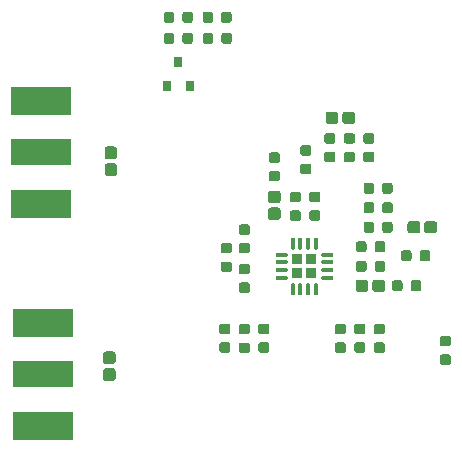
<source format=gbr>
G04 #@! TF.GenerationSoftware,KiCad,Pcbnew,(6.0.0-rc1-dev-1233-g630baa372)*
G04 #@! TF.CreationDate,2018-11-22T01:35:06+01:00*
G04 #@! TF.ProjectId,sdi-devboard,7364692d-6465-4766-926f-6172642e6b69,rev?*
G04 #@! TF.SameCoordinates,Original*
G04 #@! TF.FileFunction,Paste,Top*
G04 #@! TF.FilePolarity,Positive*
%FSLAX46Y46*%
G04 Gerber Fmt 4.6, Leading zero omitted, Abs format (unit mm)*
G04 Created by KiCad (PCBNEW (6.0.0-rc1-dev-1233-g630baa372)) date Thu 22 Nov 2018 01:35:06 AM CET*
%MOMM*%
%LPD*%
G01*
G04 APERTURE LIST*
%ADD10C,0.100000*%
%ADD11C,0.875000*%
%ADD12C,1.050000*%
%ADD13R,5.080000X2.420000*%
%ADD14R,5.080000X2.290000*%
%ADD15R,0.900000X0.900000*%
%ADD16C,0.350000*%
%ADD17R,0.350000X0.825000*%
%ADD18R,0.825000X0.350000*%
%ADD19R,0.800000X0.900000*%
G04 APERTURE END LIST*
D10*
G04 #@! TO.C,R8*
G36*
X148232691Y-92756053D02*
X148253926Y-92759203D01*
X148274750Y-92764419D01*
X148294962Y-92771651D01*
X148314368Y-92780830D01*
X148332781Y-92791866D01*
X148350024Y-92804654D01*
X148365930Y-92819070D01*
X148380346Y-92834976D01*
X148393134Y-92852219D01*
X148404170Y-92870632D01*
X148413349Y-92890038D01*
X148420581Y-92910250D01*
X148425797Y-92931074D01*
X148428947Y-92952309D01*
X148430000Y-92973750D01*
X148430000Y-93411250D01*
X148428947Y-93432691D01*
X148425797Y-93453926D01*
X148420581Y-93474750D01*
X148413349Y-93494962D01*
X148404170Y-93514368D01*
X148393134Y-93532781D01*
X148380346Y-93550024D01*
X148365930Y-93565930D01*
X148350024Y-93580346D01*
X148332781Y-93593134D01*
X148314368Y-93604170D01*
X148294962Y-93613349D01*
X148274750Y-93620581D01*
X148253926Y-93625797D01*
X148232691Y-93628947D01*
X148211250Y-93630000D01*
X147698750Y-93630000D01*
X147677309Y-93628947D01*
X147656074Y-93625797D01*
X147635250Y-93620581D01*
X147615038Y-93613349D01*
X147595632Y-93604170D01*
X147577219Y-93593134D01*
X147559976Y-93580346D01*
X147544070Y-93565930D01*
X147529654Y-93550024D01*
X147516866Y-93532781D01*
X147505830Y-93514368D01*
X147496651Y-93494962D01*
X147489419Y-93474750D01*
X147484203Y-93453926D01*
X147481053Y-93432691D01*
X147480000Y-93411250D01*
X147480000Y-92973750D01*
X147481053Y-92952309D01*
X147484203Y-92931074D01*
X147489419Y-92910250D01*
X147496651Y-92890038D01*
X147505830Y-92870632D01*
X147516866Y-92852219D01*
X147529654Y-92834976D01*
X147544070Y-92819070D01*
X147559976Y-92804654D01*
X147577219Y-92791866D01*
X147595632Y-92780830D01*
X147615038Y-92771651D01*
X147635250Y-92764419D01*
X147656074Y-92759203D01*
X147677309Y-92756053D01*
X147698750Y-92755000D01*
X148211250Y-92755000D01*
X148232691Y-92756053D01*
X148232691Y-92756053D01*
G37*
D11*
X147955000Y-93192500D03*
D10*
G36*
X148232691Y-94331053D02*
X148253926Y-94334203D01*
X148274750Y-94339419D01*
X148294962Y-94346651D01*
X148314368Y-94355830D01*
X148332781Y-94366866D01*
X148350024Y-94379654D01*
X148365930Y-94394070D01*
X148380346Y-94409976D01*
X148393134Y-94427219D01*
X148404170Y-94445632D01*
X148413349Y-94465038D01*
X148420581Y-94485250D01*
X148425797Y-94506074D01*
X148428947Y-94527309D01*
X148430000Y-94548750D01*
X148430000Y-94986250D01*
X148428947Y-95007691D01*
X148425797Y-95028926D01*
X148420581Y-95049750D01*
X148413349Y-95069962D01*
X148404170Y-95089368D01*
X148393134Y-95107781D01*
X148380346Y-95125024D01*
X148365930Y-95140930D01*
X148350024Y-95155346D01*
X148332781Y-95168134D01*
X148314368Y-95179170D01*
X148294962Y-95188349D01*
X148274750Y-95195581D01*
X148253926Y-95200797D01*
X148232691Y-95203947D01*
X148211250Y-95205000D01*
X147698750Y-95205000D01*
X147677309Y-95203947D01*
X147656074Y-95200797D01*
X147635250Y-95195581D01*
X147615038Y-95188349D01*
X147595632Y-95179170D01*
X147577219Y-95168134D01*
X147559976Y-95155346D01*
X147544070Y-95140930D01*
X147529654Y-95125024D01*
X147516866Y-95107781D01*
X147505830Y-95089368D01*
X147496651Y-95069962D01*
X147489419Y-95049750D01*
X147484203Y-95028926D01*
X147481053Y-95007691D01*
X147480000Y-94986250D01*
X147480000Y-94548750D01*
X147481053Y-94527309D01*
X147484203Y-94506074D01*
X147489419Y-94485250D01*
X147496651Y-94465038D01*
X147505830Y-94445632D01*
X147516866Y-94427219D01*
X147529654Y-94409976D01*
X147544070Y-94394070D01*
X147559976Y-94379654D01*
X147577219Y-94366866D01*
X147595632Y-94355830D01*
X147615038Y-94346651D01*
X147635250Y-94339419D01*
X147656074Y-94334203D01*
X147677309Y-94331053D01*
X147698750Y-94330000D01*
X148211250Y-94330000D01*
X148232691Y-94331053D01*
X148232691Y-94331053D01*
G37*
D11*
X147955000Y-94767500D03*
G04 #@! TD*
D10*
G04 #@! TO.C,R19*
G36*
X156360691Y-94331053D02*
X156381926Y-94334203D01*
X156402750Y-94339419D01*
X156422962Y-94346651D01*
X156442368Y-94355830D01*
X156460781Y-94366866D01*
X156478024Y-94379654D01*
X156493930Y-94394070D01*
X156508346Y-94409976D01*
X156521134Y-94427219D01*
X156532170Y-94445632D01*
X156541349Y-94465038D01*
X156548581Y-94485250D01*
X156553797Y-94506074D01*
X156556947Y-94527309D01*
X156558000Y-94548750D01*
X156558000Y-94986250D01*
X156556947Y-95007691D01*
X156553797Y-95028926D01*
X156548581Y-95049750D01*
X156541349Y-95069962D01*
X156532170Y-95089368D01*
X156521134Y-95107781D01*
X156508346Y-95125024D01*
X156493930Y-95140930D01*
X156478024Y-95155346D01*
X156460781Y-95168134D01*
X156442368Y-95179170D01*
X156422962Y-95188349D01*
X156402750Y-95195581D01*
X156381926Y-95200797D01*
X156360691Y-95203947D01*
X156339250Y-95205000D01*
X155826750Y-95205000D01*
X155805309Y-95203947D01*
X155784074Y-95200797D01*
X155763250Y-95195581D01*
X155743038Y-95188349D01*
X155723632Y-95179170D01*
X155705219Y-95168134D01*
X155687976Y-95155346D01*
X155672070Y-95140930D01*
X155657654Y-95125024D01*
X155644866Y-95107781D01*
X155633830Y-95089368D01*
X155624651Y-95069962D01*
X155617419Y-95049750D01*
X155612203Y-95028926D01*
X155609053Y-95007691D01*
X155608000Y-94986250D01*
X155608000Y-94548750D01*
X155609053Y-94527309D01*
X155612203Y-94506074D01*
X155617419Y-94485250D01*
X155624651Y-94465038D01*
X155633830Y-94445632D01*
X155644866Y-94427219D01*
X155657654Y-94409976D01*
X155672070Y-94394070D01*
X155687976Y-94379654D01*
X155705219Y-94366866D01*
X155723632Y-94355830D01*
X155743038Y-94346651D01*
X155763250Y-94339419D01*
X155784074Y-94334203D01*
X155805309Y-94331053D01*
X155826750Y-94330000D01*
X156339250Y-94330000D01*
X156360691Y-94331053D01*
X156360691Y-94331053D01*
G37*
D11*
X156083000Y-94767500D03*
D10*
G36*
X156360691Y-92756053D02*
X156381926Y-92759203D01*
X156402750Y-92764419D01*
X156422962Y-92771651D01*
X156442368Y-92780830D01*
X156460781Y-92791866D01*
X156478024Y-92804654D01*
X156493930Y-92819070D01*
X156508346Y-92834976D01*
X156521134Y-92852219D01*
X156532170Y-92870632D01*
X156541349Y-92890038D01*
X156548581Y-92910250D01*
X156553797Y-92931074D01*
X156556947Y-92952309D01*
X156558000Y-92973750D01*
X156558000Y-93411250D01*
X156556947Y-93432691D01*
X156553797Y-93453926D01*
X156548581Y-93474750D01*
X156541349Y-93494962D01*
X156532170Y-93514368D01*
X156521134Y-93532781D01*
X156508346Y-93550024D01*
X156493930Y-93565930D01*
X156478024Y-93580346D01*
X156460781Y-93593134D01*
X156442368Y-93604170D01*
X156422962Y-93613349D01*
X156402750Y-93620581D01*
X156381926Y-93625797D01*
X156360691Y-93628947D01*
X156339250Y-93630000D01*
X155826750Y-93630000D01*
X155805309Y-93628947D01*
X155784074Y-93625797D01*
X155763250Y-93620581D01*
X155743038Y-93613349D01*
X155723632Y-93604170D01*
X155705219Y-93593134D01*
X155687976Y-93580346D01*
X155672070Y-93565930D01*
X155657654Y-93550024D01*
X155644866Y-93532781D01*
X155633830Y-93514368D01*
X155624651Y-93494962D01*
X155617419Y-93474750D01*
X155612203Y-93453926D01*
X155609053Y-93432691D01*
X155608000Y-93411250D01*
X155608000Y-92973750D01*
X155609053Y-92952309D01*
X155612203Y-92931074D01*
X155617419Y-92910250D01*
X155624651Y-92890038D01*
X155633830Y-92870632D01*
X155644866Y-92852219D01*
X155657654Y-92834976D01*
X155672070Y-92819070D01*
X155687976Y-92804654D01*
X155705219Y-92791866D01*
X155723632Y-92780830D01*
X155743038Y-92771651D01*
X155763250Y-92764419D01*
X155784074Y-92759203D01*
X155805309Y-92756053D01*
X155826750Y-92755000D01*
X156339250Y-92755000D01*
X156360691Y-92756053D01*
X156360691Y-92756053D01*
G37*
D11*
X156083000Y-93192500D03*
G04 #@! TD*
D10*
G04 #@! TO.C,R18*
G36*
X158011691Y-94331053D02*
X158032926Y-94334203D01*
X158053750Y-94339419D01*
X158073962Y-94346651D01*
X158093368Y-94355830D01*
X158111781Y-94366866D01*
X158129024Y-94379654D01*
X158144930Y-94394070D01*
X158159346Y-94409976D01*
X158172134Y-94427219D01*
X158183170Y-94445632D01*
X158192349Y-94465038D01*
X158199581Y-94485250D01*
X158204797Y-94506074D01*
X158207947Y-94527309D01*
X158209000Y-94548750D01*
X158209000Y-94986250D01*
X158207947Y-95007691D01*
X158204797Y-95028926D01*
X158199581Y-95049750D01*
X158192349Y-95069962D01*
X158183170Y-95089368D01*
X158172134Y-95107781D01*
X158159346Y-95125024D01*
X158144930Y-95140930D01*
X158129024Y-95155346D01*
X158111781Y-95168134D01*
X158093368Y-95179170D01*
X158073962Y-95188349D01*
X158053750Y-95195581D01*
X158032926Y-95200797D01*
X158011691Y-95203947D01*
X157990250Y-95205000D01*
X157477750Y-95205000D01*
X157456309Y-95203947D01*
X157435074Y-95200797D01*
X157414250Y-95195581D01*
X157394038Y-95188349D01*
X157374632Y-95179170D01*
X157356219Y-95168134D01*
X157338976Y-95155346D01*
X157323070Y-95140930D01*
X157308654Y-95125024D01*
X157295866Y-95107781D01*
X157284830Y-95089368D01*
X157275651Y-95069962D01*
X157268419Y-95049750D01*
X157263203Y-95028926D01*
X157260053Y-95007691D01*
X157259000Y-94986250D01*
X157259000Y-94548750D01*
X157260053Y-94527309D01*
X157263203Y-94506074D01*
X157268419Y-94485250D01*
X157275651Y-94465038D01*
X157284830Y-94445632D01*
X157295866Y-94427219D01*
X157308654Y-94409976D01*
X157323070Y-94394070D01*
X157338976Y-94379654D01*
X157356219Y-94366866D01*
X157374632Y-94355830D01*
X157394038Y-94346651D01*
X157414250Y-94339419D01*
X157435074Y-94334203D01*
X157456309Y-94331053D01*
X157477750Y-94330000D01*
X157990250Y-94330000D01*
X158011691Y-94331053D01*
X158011691Y-94331053D01*
G37*
D11*
X157734000Y-94767500D03*
D10*
G36*
X158011691Y-92756053D02*
X158032926Y-92759203D01*
X158053750Y-92764419D01*
X158073962Y-92771651D01*
X158093368Y-92780830D01*
X158111781Y-92791866D01*
X158129024Y-92804654D01*
X158144930Y-92819070D01*
X158159346Y-92834976D01*
X158172134Y-92852219D01*
X158183170Y-92870632D01*
X158192349Y-92890038D01*
X158199581Y-92910250D01*
X158204797Y-92931074D01*
X158207947Y-92952309D01*
X158209000Y-92973750D01*
X158209000Y-93411250D01*
X158207947Y-93432691D01*
X158204797Y-93453926D01*
X158199581Y-93474750D01*
X158192349Y-93494962D01*
X158183170Y-93514368D01*
X158172134Y-93532781D01*
X158159346Y-93550024D01*
X158144930Y-93565930D01*
X158129024Y-93580346D01*
X158111781Y-93593134D01*
X158093368Y-93604170D01*
X158073962Y-93613349D01*
X158053750Y-93620581D01*
X158032926Y-93625797D01*
X158011691Y-93628947D01*
X157990250Y-93630000D01*
X157477750Y-93630000D01*
X157456309Y-93628947D01*
X157435074Y-93625797D01*
X157414250Y-93620581D01*
X157394038Y-93613349D01*
X157374632Y-93604170D01*
X157356219Y-93593134D01*
X157338976Y-93580346D01*
X157323070Y-93565930D01*
X157308654Y-93550024D01*
X157295866Y-93532781D01*
X157284830Y-93514368D01*
X157275651Y-93494962D01*
X157268419Y-93474750D01*
X157263203Y-93453926D01*
X157260053Y-93432691D01*
X157259000Y-93411250D01*
X157259000Y-92973750D01*
X157260053Y-92952309D01*
X157263203Y-92931074D01*
X157268419Y-92910250D01*
X157275651Y-92890038D01*
X157284830Y-92870632D01*
X157295866Y-92852219D01*
X157308654Y-92834976D01*
X157323070Y-92819070D01*
X157338976Y-92804654D01*
X157356219Y-92791866D01*
X157374632Y-92780830D01*
X157394038Y-92771651D01*
X157414250Y-92764419D01*
X157435074Y-92759203D01*
X157456309Y-92756053D01*
X157477750Y-92755000D01*
X157990250Y-92755000D01*
X158011691Y-92756053D01*
X158011691Y-92756053D01*
G37*
D11*
X157734000Y-93192500D03*
G04 #@! TD*
D10*
G04 #@! TO.C,C4*
G36*
X135173505Y-96519704D02*
X135197773Y-96523304D01*
X135221572Y-96529265D01*
X135244671Y-96537530D01*
X135266850Y-96548020D01*
X135287893Y-96560632D01*
X135307599Y-96575247D01*
X135325777Y-96591723D01*
X135342253Y-96609901D01*
X135356868Y-96629607D01*
X135369480Y-96650650D01*
X135379970Y-96672829D01*
X135388235Y-96695928D01*
X135394196Y-96719727D01*
X135397796Y-96743995D01*
X135399000Y-96768499D01*
X135399000Y-97343501D01*
X135397796Y-97368005D01*
X135394196Y-97392273D01*
X135388235Y-97416072D01*
X135379970Y-97439171D01*
X135369480Y-97461350D01*
X135356868Y-97482393D01*
X135342253Y-97502099D01*
X135325777Y-97520277D01*
X135307599Y-97536753D01*
X135287893Y-97551368D01*
X135266850Y-97563980D01*
X135244671Y-97574470D01*
X135221572Y-97582735D01*
X135197773Y-97588696D01*
X135173505Y-97592296D01*
X135149001Y-97593500D01*
X134598999Y-97593500D01*
X134574495Y-97592296D01*
X134550227Y-97588696D01*
X134526428Y-97582735D01*
X134503329Y-97574470D01*
X134481150Y-97563980D01*
X134460107Y-97551368D01*
X134440401Y-97536753D01*
X134422223Y-97520277D01*
X134405747Y-97502099D01*
X134391132Y-97482393D01*
X134378520Y-97461350D01*
X134368030Y-97439171D01*
X134359765Y-97416072D01*
X134353804Y-97392273D01*
X134350204Y-97368005D01*
X134349000Y-97343501D01*
X134349000Y-96768499D01*
X134350204Y-96743995D01*
X134353804Y-96719727D01*
X134359765Y-96695928D01*
X134368030Y-96672829D01*
X134378520Y-96650650D01*
X134391132Y-96629607D01*
X134405747Y-96609901D01*
X134422223Y-96591723D01*
X134440401Y-96575247D01*
X134460107Y-96560632D01*
X134481150Y-96548020D01*
X134503329Y-96537530D01*
X134526428Y-96529265D01*
X134550227Y-96523304D01*
X134574495Y-96519704D01*
X134598999Y-96518500D01*
X135149001Y-96518500D01*
X135173505Y-96519704D01*
X135173505Y-96519704D01*
G37*
D12*
X134874000Y-97056000D03*
D10*
G36*
X135173505Y-95094704D02*
X135197773Y-95098304D01*
X135221572Y-95104265D01*
X135244671Y-95112530D01*
X135266850Y-95123020D01*
X135287893Y-95135632D01*
X135307599Y-95150247D01*
X135325777Y-95166723D01*
X135342253Y-95184901D01*
X135356868Y-95204607D01*
X135369480Y-95225650D01*
X135379970Y-95247829D01*
X135388235Y-95270928D01*
X135394196Y-95294727D01*
X135397796Y-95318995D01*
X135399000Y-95343499D01*
X135399000Y-95918501D01*
X135397796Y-95943005D01*
X135394196Y-95967273D01*
X135388235Y-95991072D01*
X135379970Y-96014171D01*
X135369480Y-96036350D01*
X135356868Y-96057393D01*
X135342253Y-96077099D01*
X135325777Y-96095277D01*
X135307599Y-96111753D01*
X135287893Y-96126368D01*
X135266850Y-96138980D01*
X135244671Y-96149470D01*
X135221572Y-96157735D01*
X135197773Y-96163696D01*
X135173505Y-96167296D01*
X135149001Y-96168500D01*
X134598999Y-96168500D01*
X134574495Y-96167296D01*
X134550227Y-96163696D01*
X134526428Y-96157735D01*
X134503329Y-96149470D01*
X134481150Y-96138980D01*
X134460107Y-96126368D01*
X134440401Y-96111753D01*
X134422223Y-96095277D01*
X134405747Y-96077099D01*
X134391132Y-96057393D01*
X134378520Y-96036350D01*
X134368030Y-96014171D01*
X134359765Y-95991072D01*
X134353804Y-95967273D01*
X134350204Y-95943005D01*
X134349000Y-95918501D01*
X134349000Y-95343499D01*
X134350204Y-95318995D01*
X134353804Y-95294727D01*
X134359765Y-95270928D01*
X134368030Y-95247829D01*
X134378520Y-95225650D01*
X134391132Y-95204607D01*
X134405747Y-95184901D01*
X134422223Y-95166723D01*
X134440401Y-95150247D01*
X134460107Y-95135632D01*
X134481150Y-95123020D01*
X134503329Y-95112530D01*
X134526428Y-95104265D01*
X134550227Y-95098304D01*
X134574495Y-95094704D01*
X134598999Y-95093500D01*
X135149001Y-95093500D01*
X135173505Y-95094704D01*
X135173505Y-95094704D01*
G37*
D12*
X134874000Y-95631000D03*
G04 #@! TD*
D13*
G04 #@! TO.C,J1*
X129090000Y-82612000D03*
X129090000Y-73852000D03*
D14*
X129090000Y-78232000D03*
G04 #@! TD*
D15*
G04 #@! TO.C,U1*
X150784000Y-87284000D03*
X150784000Y-88484000D03*
X151984000Y-88484000D03*
X151984000Y-87284000D03*
D16*
X150409000Y-86309000D03*
D17*
X150409000Y-85896500D03*
D16*
X151059000Y-86309000D03*
D17*
X151059000Y-85896500D03*
D16*
X151709000Y-86309000D03*
D17*
X151709000Y-85896500D03*
D16*
X152359000Y-86309000D03*
D17*
X152359000Y-85896500D03*
D16*
X152959000Y-86909000D03*
D18*
X153371500Y-86909000D03*
D16*
X152959000Y-87559000D03*
D18*
X153371500Y-87559000D03*
D16*
X152959000Y-88209000D03*
D18*
X153371500Y-88209000D03*
D16*
X152959000Y-88859000D03*
D18*
X153371500Y-88859000D03*
D16*
X152359000Y-89459000D03*
D17*
X152359000Y-89871500D03*
D16*
X151709000Y-89459000D03*
D17*
X151709000Y-89871500D03*
D16*
X151059000Y-89459000D03*
D17*
X151059000Y-89871500D03*
D16*
X150409000Y-89459000D03*
D17*
X150409000Y-89871500D03*
D16*
X149809000Y-88859000D03*
D18*
X149396500Y-88859000D03*
D16*
X149809000Y-88209000D03*
D18*
X149396500Y-88209000D03*
D16*
X149809000Y-87559000D03*
D18*
X149396500Y-87559000D03*
D16*
X149809000Y-86909000D03*
D18*
X149396500Y-86909000D03*
G04 #@! TD*
D10*
G04 #@! TO.C,R17*
G36*
X155471691Y-78202053D02*
X155492926Y-78205203D01*
X155513750Y-78210419D01*
X155533962Y-78217651D01*
X155553368Y-78226830D01*
X155571781Y-78237866D01*
X155589024Y-78250654D01*
X155604930Y-78265070D01*
X155619346Y-78280976D01*
X155632134Y-78298219D01*
X155643170Y-78316632D01*
X155652349Y-78336038D01*
X155659581Y-78356250D01*
X155664797Y-78377074D01*
X155667947Y-78398309D01*
X155669000Y-78419750D01*
X155669000Y-78857250D01*
X155667947Y-78878691D01*
X155664797Y-78899926D01*
X155659581Y-78920750D01*
X155652349Y-78940962D01*
X155643170Y-78960368D01*
X155632134Y-78978781D01*
X155619346Y-78996024D01*
X155604930Y-79011930D01*
X155589024Y-79026346D01*
X155571781Y-79039134D01*
X155553368Y-79050170D01*
X155533962Y-79059349D01*
X155513750Y-79066581D01*
X155492926Y-79071797D01*
X155471691Y-79074947D01*
X155450250Y-79076000D01*
X154937750Y-79076000D01*
X154916309Y-79074947D01*
X154895074Y-79071797D01*
X154874250Y-79066581D01*
X154854038Y-79059349D01*
X154834632Y-79050170D01*
X154816219Y-79039134D01*
X154798976Y-79026346D01*
X154783070Y-79011930D01*
X154768654Y-78996024D01*
X154755866Y-78978781D01*
X154744830Y-78960368D01*
X154735651Y-78940962D01*
X154728419Y-78920750D01*
X154723203Y-78899926D01*
X154720053Y-78878691D01*
X154719000Y-78857250D01*
X154719000Y-78419750D01*
X154720053Y-78398309D01*
X154723203Y-78377074D01*
X154728419Y-78356250D01*
X154735651Y-78336038D01*
X154744830Y-78316632D01*
X154755866Y-78298219D01*
X154768654Y-78280976D01*
X154783070Y-78265070D01*
X154798976Y-78250654D01*
X154816219Y-78237866D01*
X154834632Y-78226830D01*
X154854038Y-78217651D01*
X154874250Y-78210419D01*
X154895074Y-78205203D01*
X154916309Y-78202053D01*
X154937750Y-78201000D01*
X155450250Y-78201000D01*
X155471691Y-78202053D01*
X155471691Y-78202053D01*
G37*
D11*
X155194000Y-78638500D03*
D10*
G36*
X155471691Y-76627053D02*
X155492926Y-76630203D01*
X155513750Y-76635419D01*
X155533962Y-76642651D01*
X155553368Y-76651830D01*
X155571781Y-76662866D01*
X155589024Y-76675654D01*
X155604930Y-76690070D01*
X155619346Y-76705976D01*
X155632134Y-76723219D01*
X155643170Y-76741632D01*
X155652349Y-76761038D01*
X155659581Y-76781250D01*
X155664797Y-76802074D01*
X155667947Y-76823309D01*
X155669000Y-76844750D01*
X155669000Y-77282250D01*
X155667947Y-77303691D01*
X155664797Y-77324926D01*
X155659581Y-77345750D01*
X155652349Y-77365962D01*
X155643170Y-77385368D01*
X155632134Y-77403781D01*
X155619346Y-77421024D01*
X155604930Y-77436930D01*
X155589024Y-77451346D01*
X155571781Y-77464134D01*
X155553368Y-77475170D01*
X155533962Y-77484349D01*
X155513750Y-77491581D01*
X155492926Y-77496797D01*
X155471691Y-77499947D01*
X155450250Y-77501000D01*
X154937750Y-77501000D01*
X154916309Y-77499947D01*
X154895074Y-77496797D01*
X154874250Y-77491581D01*
X154854038Y-77484349D01*
X154834632Y-77475170D01*
X154816219Y-77464134D01*
X154798976Y-77451346D01*
X154783070Y-77436930D01*
X154768654Y-77421024D01*
X154755866Y-77403781D01*
X154744830Y-77385368D01*
X154735651Y-77365962D01*
X154728419Y-77345750D01*
X154723203Y-77324926D01*
X154720053Y-77303691D01*
X154719000Y-77282250D01*
X154719000Y-76844750D01*
X154720053Y-76823309D01*
X154723203Y-76802074D01*
X154728419Y-76781250D01*
X154735651Y-76761038D01*
X154744830Y-76741632D01*
X154755866Y-76723219D01*
X154768654Y-76705976D01*
X154783070Y-76690070D01*
X154798976Y-76675654D01*
X154816219Y-76662866D01*
X154834632Y-76651830D01*
X154854038Y-76642651D01*
X154874250Y-76635419D01*
X154895074Y-76630203D01*
X154916309Y-76627053D01*
X154937750Y-76626000D01*
X155450250Y-76626000D01*
X155471691Y-76627053D01*
X155471691Y-76627053D01*
G37*
D11*
X155194000Y-77063500D03*
G04 #@! TD*
D10*
G04 #@! TO.C,R16*
G36*
X157085191Y-82457053D02*
X157106426Y-82460203D01*
X157127250Y-82465419D01*
X157147462Y-82472651D01*
X157166868Y-82481830D01*
X157185281Y-82492866D01*
X157202524Y-82505654D01*
X157218430Y-82520070D01*
X157232846Y-82535976D01*
X157245634Y-82553219D01*
X157256670Y-82571632D01*
X157265849Y-82591038D01*
X157273081Y-82611250D01*
X157278297Y-82632074D01*
X157281447Y-82653309D01*
X157282500Y-82674750D01*
X157282500Y-83187250D01*
X157281447Y-83208691D01*
X157278297Y-83229926D01*
X157273081Y-83250750D01*
X157265849Y-83270962D01*
X157256670Y-83290368D01*
X157245634Y-83308781D01*
X157232846Y-83326024D01*
X157218430Y-83341930D01*
X157202524Y-83356346D01*
X157185281Y-83369134D01*
X157166868Y-83380170D01*
X157147462Y-83389349D01*
X157127250Y-83396581D01*
X157106426Y-83401797D01*
X157085191Y-83404947D01*
X157063750Y-83406000D01*
X156626250Y-83406000D01*
X156604809Y-83404947D01*
X156583574Y-83401797D01*
X156562750Y-83396581D01*
X156542538Y-83389349D01*
X156523132Y-83380170D01*
X156504719Y-83369134D01*
X156487476Y-83356346D01*
X156471570Y-83341930D01*
X156457154Y-83326024D01*
X156444366Y-83308781D01*
X156433330Y-83290368D01*
X156424151Y-83270962D01*
X156416919Y-83250750D01*
X156411703Y-83229926D01*
X156408553Y-83208691D01*
X156407500Y-83187250D01*
X156407500Y-82674750D01*
X156408553Y-82653309D01*
X156411703Y-82632074D01*
X156416919Y-82611250D01*
X156424151Y-82591038D01*
X156433330Y-82571632D01*
X156444366Y-82553219D01*
X156457154Y-82535976D01*
X156471570Y-82520070D01*
X156487476Y-82505654D01*
X156504719Y-82492866D01*
X156523132Y-82481830D01*
X156542538Y-82472651D01*
X156562750Y-82465419D01*
X156583574Y-82460203D01*
X156604809Y-82457053D01*
X156626250Y-82456000D01*
X157063750Y-82456000D01*
X157085191Y-82457053D01*
X157085191Y-82457053D01*
G37*
D11*
X156845000Y-82931000D03*
D10*
G36*
X158660191Y-82457053D02*
X158681426Y-82460203D01*
X158702250Y-82465419D01*
X158722462Y-82472651D01*
X158741868Y-82481830D01*
X158760281Y-82492866D01*
X158777524Y-82505654D01*
X158793430Y-82520070D01*
X158807846Y-82535976D01*
X158820634Y-82553219D01*
X158831670Y-82571632D01*
X158840849Y-82591038D01*
X158848081Y-82611250D01*
X158853297Y-82632074D01*
X158856447Y-82653309D01*
X158857500Y-82674750D01*
X158857500Y-83187250D01*
X158856447Y-83208691D01*
X158853297Y-83229926D01*
X158848081Y-83250750D01*
X158840849Y-83270962D01*
X158831670Y-83290368D01*
X158820634Y-83308781D01*
X158807846Y-83326024D01*
X158793430Y-83341930D01*
X158777524Y-83356346D01*
X158760281Y-83369134D01*
X158741868Y-83380170D01*
X158722462Y-83389349D01*
X158702250Y-83396581D01*
X158681426Y-83401797D01*
X158660191Y-83404947D01*
X158638750Y-83406000D01*
X158201250Y-83406000D01*
X158179809Y-83404947D01*
X158158574Y-83401797D01*
X158137750Y-83396581D01*
X158117538Y-83389349D01*
X158098132Y-83380170D01*
X158079719Y-83369134D01*
X158062476Y-83356346D01*
X158046570Y-83341930D01*
X158032154Y-83326024D01*
X158019366Y-83308781D01*
X158008330Y-83290368D01*
X157999151Y-83270962D01*
X157991919Y-83250750D01*
X157986703Y-83229926D01*
X157983553Y-83208691D01*
X157982500Y-83187250D01*
X157982500Y-82674750D01*
X157983553Y-82653309D01*
X157986703Y-82632074D01*
X157991919Y-82611250D01*
X157999151Y-82591038D01*
X158008330Y-82571632D01*
X158019366Y-82553219D01*
X158032154Y-82535976D01*
X158046570Y-82520070D01*
X158062476Y-82505654D01*
X158079719Y-82492866D01*
X158098132Y-82481830D01*
X158117538Y-82472651D01*
X158137750Y-82465419D01*
X158158574Y-82460203D01*
X158179809Y-82457053D01*
X158201250Y-82456000D01*
X158638750Y-82456000D01*
X158660191Y-82457053D01*
X158660191Y-82457053D01*
G37*
D11*
X158420000Y-82931000D03*
G04 #@! TD*
D10*
G04 #@! TO.C,R15*
G36*
X149121691Y-78252553D02*
X149142926Y-78255703D01*
X149163750Y-78260919D01*
X149183962Y-78268151D01*
X149203368Y-78277330D01*
X149221781Y-78288366D01*
X149239024Y-78301154D01*
X149254930Y-78315570D01*
X149269346Y-78331476D01*
X149282134Y-78348719D01*
X149293170Y-78367132D01*
X149302349Y-78386538D01*
X149309581Y-78406750D01*
X149314797Y-78427574D01*
X149317947Y-78448809D01*
X149319000Y-78470250D01*
X149319000Y-78907750D01*
X149317947Y-78929191D01*
X149314797Y-78950426D01*
X149309581Y-78971250D01*
X149302349Y-78991462D01*
X149293170Y-79010868D01*
X149282134Y-79029281D01*
X149269346Y-79046524D01*
X149254930Y-79062430D01*
X149239024Y-79076846D01*
X149221781Y-79089634D01*
X149203368Y-79100670D01*
X149183962Y-79109849D01*
X149163750Y-79117081D01*
X149142926Y-79122297D01*
X149121691Y-79125447D01*
X149100250Y-79126500D01*
X148587750Y-79126500D01*
X148566309Y-79125447D01*
X148545074Y-79122297D01*
X148524250Y-79117081D01*
X148504038Y-79109849D01*
X148484632Y-79100670D01*
X148466219Y-79089634D01*
X148448976Y-79076846D01*
X148433070Y-79062430D01*
X148418654Y-79046524D01*
X148405866Y-79029281D01*
X148394830Y-79010868D01*
X148385651Y-78991462D01*
X148378419Y-78971250D01*
X148373203Y-78950426D01*
X148370053Y-78929191D01*
X148369000Y-78907750D01*
X148369000Y-78470250D01*
X148370053Y-78448809D01*
X148373203Y-78427574D01*
X148378419Y-78406750D01*
X148385651Y-78386538D01*
X148394830Y-78367132D01*
X148405866Y-78348719D01*
X148418654Y-78331476D01*
X148433070Y-78315570D01*
X148448976Y-78301154D01*
X148466219Y-78288366D01*
X148484632Y-78277330D01*
X148504038Y-78268151D01*
X148524250Y-78260919D01*
X148545074Y-78255703D01*
X148566309Y-78252553D01*
X148587750Y-78251500D01*
X149100250Y-78251500D01*
X149121691Y-78252553D01*
X149121691Y-78252553D01*
G37*
D11*
X148844000Y-78689000D03*
D10*
G36*
X149121691Y-79827553D02*
X149142926Y-79830703D01*
X149163750Y-79835919D01*
X149183962Y-79843151D01*
X149203368Y-79852330D01*
X149221781Y-79863366D01*
X149239024Y-79876154D01*
X149254930Y-79890570D01*
X149269346Y-79906476D01*
X149282134Y-79923719D01*
X149293170Y-79942132D01*
X149302349Y-79961538D01*
X149309581Y-79981750D01*
X149314797Y-80002574D01*
X149317947Y-80023809D01*
X149319000Y-80045250D01*
X149319000Y-80482750D01*
X149317947Y-80504191D01*
X149314797Y-80525426D01*
X149309581Y-80546250D01*
X149302349Y-80566462D01*
X149293170Y-80585868D01*
X149282134Y-80604281D01*
X149269346Y-80621524D01*
X149254930Y-80637430D01*
X149239024Y-80651846D01*
X149221781Y-80664634D01*
X149203368Y-80675670D01*
X149183962Y-80684849D01*
X149163750Y-80692081D01*
X149142926Y-80697297D01*
X149121691Y-80700447D01*
X149100250Y-80701500D01*
X148587750Y-80701500D01*
X148566309Y-80700447D01*
X148545074Y-80697297D01*
X148524250Y-80692081D01*
X148504038Y-80684849D01*
X148484632Y-80675670D01*
X148466219Y-80664634D01*
X148448976Y-80651846D01*
X148433070Y-80637430D01*
X148418654Y-80621524D01*
X148405866Y-80604281D01*
X148394830Y-80585868D01*
X148385651Y-80566462D01*
X148378419Y-80546250D01*
X148373203Y-80525426D01*
X148370053Y-80504191D01*
X148369000Y-80482750D01*
X148369000Y-80045250D01*
X148370053Y-80023809D01*
X148373203Y-80002574D01*
X148378419Y-79981750D01*
X148385651Y-79961538D01*
X148394830Y-79942132D01*
X148405866Y-79923719D01*
X148418654Y-79906476D01*
X148433070Y-79890570D01*
X148448976Y-79876154D01*
X148466219Y-79863366D01*
X148484632Y-79852330D01*
X148504038Y-79843151D01*
X148524250Y-79835919D01*
X148545074Y-79830703D01*
X148566309Y-79827553D01*
X148587750Y-79826500D01*
X149100250Y-79826500D01*
X149121691Y-79827553D01*
X149121691Y-79827553D01*
G37*
D11*
X148844000Y-80264000D03*
G04 #@! TD*
D10*
G04 #@! TO.C,R14*
G36*
X161073191Y-89061053D02*
X161094426Y-89064203D01*
X161115250Y-89069419D01*
X161135462Y-89076651D01*
X161154868Y-89085830D01*
X161173281Y-89096866D01*
X161190524Y-89109654D01*
X161206430Y-89124070D01*
X161220846Y-89139976D01*
X161233634Y-89157219D01*
X161244670Y-89175632D01*
X161253849Y-89195038D01*
X161261081Y-89215250D01*
X161266297Y-89236074D01*
X161269447Y-89257309D01*
X161270500Y-89278750D01*
X161270500Y-89791250D01*
X161269447Y-89812691D01*
X161266297Y-89833926D01*
X161261081Y-89854750D01*
X161253849Y-89874962D01*
X161244670Y-89894368D01*
X161233634Y-89912781D01*
X161220846Y-89930024D01*
X161206430Y-89945930D01*
X161190524Y-89960346D01*
X161173281Y-89973134D01*
X161154868Y-89984170D01*
X161135462Y-89993349D01*
X161115250Y-90000581D01*
X161094426Y-90005797D01*
X161073191Y-90008947D01*
X161051750Y-90010000D01*
X160614250Y-90010000D01*
X160592809Y-90008947D01*
X160571574Y-90005797D01*
X160550750Y-90000581D01*
X160530538Y-89993349D01*
X160511132Y-89984170D01*
X160492719Y-89973134D01*
X160475476Y-89960346D01*
X160459570Y-89945930D01*
X160445154Y-89930024D01*
X160432366Y-89912781D01*
X160421330Y-89894368D01*
X160412151Y-89874962D01*
X160404919Y-89854750D01*
X160399703Y-89833926D01*
X160396553Y-89812691D01*
X160395500Y-89791250D01*
X160395500Y-89278750D01*
X160396553Y-89257309D01*
X160399703Y-89236074D01*
X160404919Y-89215250D01*
X160412151Y-89195038D01*
X160421330Y-89175632D01*
X160432366Y-89157219D01*
X160445154Y-89139976D01*
X160459570Y-89124070D01*
X160475476Y-89109654D01*
X160492719Y-89096866D01*
X160511132Y-89085830D01*
X160530538Y-89076651D01*
X160550750Y-89069419D01*
X160571574Y-89064203D01*
X160592809Y-89061053D01*
X160614250Y-89060000D01*
X161051750Y-89060000D01*
X161073191Y-89061053D01*
X161073191Y-89061053D01*
G37*
D11*
X160833000Y-89535000D03*
D10*
G36*
X159498191Y-89061053D02*
X159519426Y-89064203D01*
X159540250Y-89069419D01*
X159560462Y-89076651D01*
X159579868Y-89085830D01*
X159598281Y-89096866D01*
X159615524Y-89109654D01*
X159631430Y-89124070D01*
X159645846Y-89139976D01*
X159658634Y-89157219D01*
X159669670Y-89175632D01*
X159678849Y-89195038D01*
X159686081Y-89215250D01*
X159691297Y-89236074D01*
X159694447Y-89257309D01*
X159695500Y-89278750D01*
X159695500Y-89791250D01*
X159694447Y-89812691D01*
X159691297Y-89833926D01*
X159686081Y-89854750D01*
X159678849Y-89874962D01*
X159669670Y-89894368D01*
X159658634Y-89912781D01*
X159645846Y-89930024D01*
X159631430Y-89945930D01*
X159615524Y-89960346D01*
X159598281Y-89973134D01*
X159579868Y-89984170D01*
X159560462Y-89993349D01*
X159540250Y-90000581D01*
X159519426Y-90005797D01*
X159498191Y-90008947D01*
X159476750Y-90010000D01*
X159039250Y-90010000D01*
X159017809Y-90008947D01*
X158996574Y-90005797D01*
X158975750Y-90000581D01*
X158955538Y-89993349D01*
X158936132Y-89984170D01*
X158917719Y-89973134D01*
X158900476Y-89960346D01*
X158884570Y-89945930D01*
X158870154Y-89930024D01*
X158857366Y-89912781D01*
X158846330Y-89894368D01*
X158837151Y-89874962D01*
X158829919Y-89854750D01*
X158824703Y-89833926D01*
X158821553Y-89812691D01*
X158820500Y-89791250D01*
X158820500Y-89278750D01*
X158821553Y-89257309D01*
X158824703Y-89236074D01*
X158829919Y-89215250D01*
X158837151Y-89195038D01*
X158846330Y-89175632D01*
X158857366Y-89157219D01*
X158870154Y-89139976D01*
X158884570Y-89124070D01*
X158900476Y-89109654D01*
X158917719Y-89096866D01*
X158936132Y-89085830D01*
X158955538Y-89076651D01*
X158975750Y-89069419D01*
X158996574Y-89064203D01*
X159017809Y-89061053D01*
X159039250Y-89060000D01*
X159476750Y-89060000D01*
X159498191Y-89061053D01*
X159498191Y-89061053D01*
G37*
D11*
X159258000Y-89535000D03*
G04 #@! TD*
D10*
G04 #@! TO.C,R13*
G36*
X152550691Y-83155053D02*
X152571926Y-83158203D01*
X152592750Y-83163419D01*
X152612962Y-83170651D01*
X152632368Y-83179830D01*
X152650781Y-83190866D01*
X152668024Y-83203654D01*
X152683930Y-83218070D01*
X152698346Y-83233976D01*
X152711134Y-83251219D01*
X152722170Y-83269632D01*
X152731349Y-83289038D01*
X152738581Y-83309250D01*
X152743797Y-83330074D01*
X152746947Y-83351309D01*
X152748000Y-83372750D01*
X152748000Y-83810250D01*
X152746947Y-83831691D01*
X152743797Y-83852926D01*
X152738581Y-83873750D01*
X152731349Y-83893962D01*
X152722170Y-83913368D01*
X152711134Y-83931781D01*
X152698346Y-83949024D01*
X152683930Y-83964930D01*
X152668024Y-83979346D01*
X152650781Y-83992134D01*
X152632368Y-84003170D01*
X152612962Y-84012349D01*
X152592750Y-84019581D01*
X152571926Y-84024797D01*
X152550691Y-84027947D01*
X152529250Y-84029000D01*
X152016750Y-84029000D01*
X151995309Y-84027947D01*
X151974074Y-84024797D01*
X151953250Y-84019581D01*
X151933038Y-84012349D01*
X151913632Y-84003170D01*
X151895219Y-83992134D01*
X151877976Y-83979346D01*
X151862070Y-83964930D01*
X151847654Y-83949024D01*
X151834866Y-83931781D01*
X151823830Y-83913368D01*
X151814651Y-83893962D01*
X151807419Y-83873750D01*
X151802203Y-83852926D01*
X151799053Y-83831691D01*
X151798000Y-83810250D01*
X151798000Y-83372750D01*
X151799053Y-83351309D01*
X151802203Y-83330074D01*
X151807419Y-83309250D01*
X151814651Y-83289038D01*
X151823830Y-83269632D01*
X151834866Y-83251219D01*
X151847654Y-83233976D01*
X151862070Y-83218070D01*
X151877976Y-83203654D01*
X151895219Y-83190866D01*
X151913632Y-83179830D01*
X151933038Y-83170651D01*
X151953250Y-83163419D01*
X151974074Y-83158203D01*
X151995309Y-83155053D01*
X152016750Y-83154000D01*
X152529250Y-83154000D01*
X152550691Y-83155053D01*
X152550691Y-83155053D01*
G37*
D11*
X152273000Y-83591500D03*
D10*
G36*
X152550691Y-81580053D02*
X152571926Y-81583203D01*
X152592750Y-81588419D01*
X152612962Y-81595651D01*
X152632368Y-81604830D01*
X152650781Y-81615866D01*
X152668024Y-81628654D01*
X152683930Y-81643070D01*
X152698346Y-81658976D01*
X152711134Y-81676219D01*
X152722170Y-81694632D01*
X152731349Y-81714038D01*
X152738581Y-81734250D01*
X152743797Y-81755074D01*
X152746947Y-81776309D01*
X152748000Y-81797750D01*
X152748000Y-82235250D01*
X152746947Y-82256691D01*
X152743797Y-82277926D01*
X152738581Y-82298750D01*
X152731349Y-82318962D01*
X152722170Y-82338368D01*
X152711134Y-82356781D01*
X152698346Y-82374024D01*
X152683930Y-82389930D01*
X152668024Y-82404346D01*
X152650781Y-82417134D01*
X152632368Y-82428170D01*
X152612962Y-82437349D01*
X152592750Y-82444581D01*
X152571926Y-82449797D01*
X152550691Y-82452947D01*
X152529250Y-82454000D01*
X152016750Y-82454000D01*
X151995309Y-82452947D01*
X151974074Y-82449797D01*
X151953250Y-82444581D01*
X151933038Y-82437349D01*
X151913632Y-82428170D01*
X151895219Y-82417134D01*
X151877976Y-82404346D01*
X151862070Y-82389930D01*
X151847654Y-82374024D01*
X151834866Y-82356781D01*
X151823830Y-82338368D01*
X151814651Y-82318962D01*
X151807419Y-82298750D01*
X151802203Y-82277926D01*
X151799053Y-82256691D01*
X151798000Y-82235250D01*
X151798000Y-81797750D01*
X151799053Y-81776309D01*
X151802203Y-81755074D01*
X151807419Y-81734250D01*
X151814651Y-81714038D01*
X151823830Y-81694632D01*
X151834866Y-81676219D01*
X151847654Y-81658976D01*
X151862070Y-81643070D01*
X151877976Y-81628654D01*
X151895219Y-81615866D01*
X151913632Y-81604830D01*
X151933038Y-81595651D01*
X151953250Y-81588419D01*
X151974074Y-81583203D01*
X151995309Y-81580053D01*
X152016750Y-81579000D01*
X152529250Y-81579000D01*
X152550691Y-81580053D01*
X152550691Y-81580053D01*
G37*
D11*
X152273000Y-82016500D03*
G04 #@! TD*
D10*
G04 #@! TO.C,R12*
G36*
X156450191Y-85759053D02*
X156471426Y-85762203D01*
X156492250Y-85767419D01*
X156512462Y-85774651D01*
X156531868Y-85783830D01*
X156550281Y-85794866D01*
X156567524Y-85807654D01*
X156583430Y-85822070D01*
X156597846Y-85837976D01*
X156610634Y-85855219D01*
X156621670Y-85873632D01*
X156630849Y-85893038D01*
X156638081Y-85913250D01*
X156643297Y-85934074D01*
X156646447Y-85955309D01*
X156647500Y-85976750D01*
X156647500Y-86489250D01*
X156646447Y-86510691D01*
X156643297Y-86531926D01*
X156638081Y-86552750D01*
X156630849Y-86572962D01*
X156621670Y-86592368D01*
X156610634Y-86610781D01*
X156597846Y-86628024D01*
X156583430Y-86643930D01*
X156567524Y-86658346D01*
X156550281Y-86671134D01*
X156531868Y-86682170D01*
X156512462Y-86691349D01*
X156492250Y-86698581D01*
X156471426Y-86703797D01*
X156450191Y-86706947D01*
X156428750Y-86708000D01*
X155991250Y-86708000D01*
X155969809Y-86706947D01*
X155948574Y-86703797D01*
X155927750Y-86698581D01*
X155907538Y-86691349D01*
X155888132Y-86682170D01*
X155869719Y-86671134D01*
X155852476Y-86658346D01*
X155836570Y-86643930D01*
X155822154Y-86628024D01*
X155809366Y-86610781D01*
X155798330Y-86592368D01*
X155789151Y-86572962D01*
X155781919Y-86552750D01*
X155776703Y-86531926D01*
X155773553Y-86510691D01*
X155772500Y-86489250D01*
X155772500Y-85976750D01*
X155773553Y-85955309D01*
X155776703Y-85934074D01*
X155781919Y-85913250D01*
X155789151Y-85893038D01*
X155798330Y-85873632D01*
X155809366Y-85855219D01*
X155822154Y-85837976D01*
X155836570Y-85822070D01*
X155852476Y-85807654D01*
X155869719Y-85794866D01*
X155888132Y-85783830D01*
X155907538Y-85774651D01*
X155927750Y-85767419D01*
X155948574Y-85762203D01*
X155969809Y-85759053D01*
X155991250Y-85758000D01*
X156428750Y-85758000D01*
X156450191Y-85759053D01*
X156450191Y-85759053D01*
G37*
D11*
X156210000Y-86233000D03*
D10*
G36*
X158025191Y-85759053D02*
X158046426Y-85762203D01*
X158067250Y-85767419D01*
X158087462Y-85774651D01*
X158106868Y-85783830D01*
X158125281Y-85794866D01*
X158142524Y-85807654D01*
X158158430Y-85822070D01*
X158172846Y-85837976D01*
X158185634Y-85855219D01*
X158196670Y-85873632D01*
X158205849Y-85893038D01*
X158213081Y-85913250D01*
X158218297Y-85934074D01*
X158221447Y-85955309D01*
X158222500Y-85976750D01*
X158222500Y-86489250D01*
X158221447Y-86510691D01*
X158218297Y-86531926D01*
X158213081Y-86552750D01*
X158205849Y-86572962D01*
X158196670Y-86592368D01*
X158185634Y-86610781D01*
X158172846Y-86628024D01*
X158158430Y-86643930D01*
X158142524Y-86658346D01*
X158125281Y-86671134D01*
X158106868Y-86682170D01*
X158087462Y-86691349D01*
X158067250Y-86698581D01*
X158046426Y-86703797D01*
X158025191Y-86706947D01*
X158003750Y-86708000D01*
X157566250Y-86708000D01*
X157544809Y-86706947D01*
X157523574Y-86703797D01*
X157502750Y-86698581D01*
X157482538Y-86691349D01*
X157463132Y-86682170D01*
X157444719Y-86671134D01*
X157427476Y-86658346D01*
X157411570Y-86643930D01*
X157397154Y-86628024D01*
X157384366Y-86610781D01*
X157373330Y-86592368D01*
X157364151Y-86572962D01*
X157356919Y-86552750D01*
X157351703Y-86531926D01*
X157348553Y-86510691D01*
X157347500Y-86489250D01*
X157347500Y-85976750D01*
X157348553Y-85955309D01*
X157351703Y-85934074D01*
X157356919Y-85913250D01*
X157364151Y-85893038D01*
X157373330Y-85873632D01*
X157384366Y-85855219D01*
X157397154Y-85837976D01*
X157411570Y-85822070D01*
X157427476Y-85807654D01*
X157444719Y-85794866D01*
X157463132Y-85783830D01*
X157482538Y-85774651D01*
X157502750Y-85767419D01*
X157523574Y-85762203D01*
X157544809Y-85759053D01*
X157566250Y-85758000D01*
X158003750Y-85758000D01*
X158025191Y-85759053D01*
X158025191Y-85759053D01*
G37*
D11*
X157785000Y-86233000D03*
G04 #@! TD*
D10*
G04 #@! TO.C,R11*
G36*
X150899691Y-83155053D02*
X150920926Y-83158203D01*
X150941750Y-83163419D01*
X150961962Y-83170651D01*
X150981368Y-83179830D01*
X150999781Y-83190866D01*
X151017024Y-83203654D01*
X151032930Y-83218070D01*
X151047346Y-83233976D01*
X151060134Y-83251219D01*
X151071170Y-83269632D01*
X151080349Y-83289038D01*
X151087581Y-83309250D01*
X151092797Y-83330074D01*
X151095947Y-83351309D01*
X151097000Y-83372750D01*
X151097000Y-83810250D01*
X151095947Y-83831691D01*
X151092797Y-83852926D01*
X151087581Y-83873750D01*
X151080349Y-83893962D01*
X151071170Y-83913368D01*
X151060134Y-83931781D01*
X151047346Y-83949024D01*
X151032930Y-83964930D01*
X151017024Y-83979346D01*
X150999781Y-83992134D01*
X150981368Y-84003170D01*
X150961962Y-84012349D01*
X150941750Y-84019581D01*
X150920926Y-84024797D01*
X150899691Y-84027947D01*
X150878250Y-84029000D01*
X150365750Y-84029000D01*
X150344309Y-84027947D01*
X150323074Y-84024797D01*
X150302250Y-84019581D01*
X150282038Y-84012349D01*
X150262632Y-84003170D01*
X150244219Y-83992134D01*
X150226976Y-83979346D01*
X150211070Y-83964930D01*
X150196654Y-83949024D01*
X150183866Y-83931781D01*
X150172830Y-83913368D01*
X150163651Y-83893962D01*
X150156419Y-83873750D01*
X150151203Y-83852926D01*
X150148053Y-83831691D01*
X150147000Y-83810250D01*
X150147000Y-83372750D01*
X150148053Y-83351309D01*
X150151203Y-83330074D01*
X150156419Y-83309250D01*
X150163651Y-83289038D01*
X150172830Y-83269632D01*
X150183866Y-83251219D01*
X150196654Y-83233976D01*
X150211070Y-83218070D01*
X150226976Y-83203654D01*
X150244219Y-83190866D01*
X150262632Y-83179830D01*
X150282038Y-83170651D01*
X150302250Y-83163419D01*
X150323074Y-83158203D01*
X150344309Y-83155053D01*
X150365750Y-83154000D01*
X150878250Y-83154000D01*
X150899691Y-83155053D01*
X150899691Y-83155053D01*
G37*
D11*
X150622000Y-83591500D03*
D10*
G36*
X150899691Y-81580053D02*
X150920926Y-81583203D01*
X150941750Y-81588419D01*
X150961962Y-81595651D01*
X150981368Y-81604830D01*
X150999781Y-81615866D01*
X151017024Y-81628654D01*
X151032930Y-81643070D01*
X151047346Y-81658976D01*
X151060134Y-81676219D01*
X151071170Y-81694632D01*
X151080349Y-81714038D01*
X151087581Y-81734250D01*
X151092797Y-81755074D01*
X151095947Y-81776309D01*
X151097000Y-81797750D01*
X151097000Y-82235250D01*
X151095947Y-82256691D01*
X151092797Y-82277926D01*
X151087581Y-82298750D01*
X151080349Y-82318962D01*
X151071170Y-82338368D01*
X151060134Y-82356781D01*
X151047346Y-82374024D01*
X151032930Y-82389930D01*
X151017024Y-82404346D01*
X150999781Y-82417134D01*
X150981368Y-82428170D01*
X150961962Y-82437349D01*
X150941750Y-82444581D01*
X150920926Y-82449797D01*
X150899691Y-82452947D01*
X150878250Y-82454000D01*
X150365750Y-82454000D01*
X150344309Y-82452947D01*
X150323074Y-82449797D01*
X150302250Y-82444581D01*
X150282038Y-82437349D01*
X150262632Y-82428170D01*
X150244219Y-82417134D01*
X150226976Y-82404346D01*
X150211070Y-82389930D01*
X150196654Y-82374024D01*
X150183866Y-82356781D01*
X150172830Y-82338368D01*
X150163651Y-82318962D01*
X150156419Y-82298750D01*
X150151203Y-82277926D01*
X150148053Y-82256691D01*
X150147000Y-82235250D01*
X150147000Y-81797750D01*
X150148053Y-81776309D01*
X150151203Y-81755074D01*
X150156419Y-81734250D01*
X150163651Y-81714038D01*
X150172830Y-81694632D01*
X150183866Y-81676219D01*
X150196654Y-81658976D01*
X150211070Y-81643070D01*
X150226976Y-81628654D01*
X150244219Y-81615866D01*
X150262632Y-81604830D01*
X150282038Y-81595651D01*
X150302250Y-81588419D01*
X150323074Y-81583203D01*
X150344309Y-81580053D01*
X150365750Y-81579000D01*
X150878250Y-81579000D01*
X150899691Y-81580053D01*
X150899691Y-81580053D01*
G37*
D11*
X150622000Y-82016500D03*
G04 #@! TD*
D10*
G04 #@! TO.C,R10*
G36*
X156450191Y-87410053D02*
X156471426Y-87413203D01*
X156492250Y-87418419D01*
X156512462Y-87425651D01*
X156531868Y-87434830D01*
X156550281Y-87445866D01*
X156567524Y-87458654D01*
X156583430Y-87473070D01*
X156597846Y-87488976D01*
X156610634Y-87506219D01*
X156621670Y-87524632D01*
X156630849Y-87544038D01*
X156638081Y-87564250D01*
X156643297Y-87585074D01*
X156646447Y-87606309D01*
X156647500Y-87627750D01*
X156647500Y-88140250D01*
X156646447Y-88161691D01*
X156643297Y-88182926D01*
X156638081Y-88203750D01*
X156630849Y-88223962D01*
X156621670Y-88243368D01*
X156610634Y-88261781D01*
X156597846Y-88279024D01*
X156583430Y-88294930D01*
X156567524Y-88309346D01*
X156550281Y-88322134D01*
X156531868Y-88333170D01*
X156512462Y-88342349D01*
X156492250Y-88349581D01*
X156471426Y-88354797D01*
X156450191Y-88357947D01*
X156428750Y-88359000D01*
X155991250Y-88359000D01*
X155969809Y-88357947D01*
X155948574Y-88354797D01*
X155927750Y-88349581D01*
X155907538Y-88342349D01*
X155888132Y-88333170D01*
X155869719Y-88322134D01*
X155852476Y-88309346D01*
X155836570Y-88294930D01*
X155822154Y-88279024D01*
X155809366Y-88261781D01*
X155798330Y-88243368D01*
X155789151Y-88223962D01*
X155781919Y-88203750D01*
X155776703Y-88182926D01*
X155773553Y-88161691D01*
X155772500Y-88140250D01*
X155772500Y-87627750D01*
X155773553Y-87606309D01*
X155776703Y-87585074D01*
X155781919Y-87564250D01*
X155789151Y-87544038D01*
X155798330Y-87524632D01*
X155809366Y-87506219D01*
X155822154Y-87488976D01*
X155836570Y-87473070D01*
X155852476Y-87458654D01*
X155869719Y-87445866D01*
X155888132Y-87434830D01*
X155907538Y-87425651D01*
X155927750Y-87418419D01*
X155948574Y-87413203D01*
X155969809Y-87410053D01*
X155991250Y-87409000D01*
X156428750Y-87409000D01*
X156450191Y-87410053D01*
X156450191Y-87410053D01*
G37*
D11*
X156210000Y-87884000D03*
D10*
G36*
X158025191Y-87410053D02*
X158046426Y-87413203D01*
X158067250Y-87418419D01*
X158087462Y-87425651D01*
X158106868Y-87434830D01*
X158125281Y-87445866D01*
X158142524Y-87458654D01*
X158158430Y-87473070D01*
X158172846Y-87488976D01*
X158185634Y-87506219D01*
X158196670Y-87524632D01*
X158205849Y-87544038D01*
X158213081Y-87564250D01*
X158218297Y-87585074D01*
X158221447Y-87606309D01*
X158222500Y-87627750D01*
X158222500Y-88140250D01*
X158221447Y-88161691D01*
X158218297Y-88182926D01*
X158213081Y-88203750D01*
X158205849Y-88223962D01*
X158196670Y-88243368D01*
X158185634Y-88261781D01*
X158172846Y-88279024D01*
X158158430Y-88294930D01*
X158142524Y-88309346D01*
X158125281Y-88322134D01*
X158106868Y-88333170D01*
X158087462Y-88342349D01*
X158067250Y-88349581D01*
X158046426Y-88354797D01*
X158025191Y-88357947D01*
X158003750Y-88359000D01*
X157566250Y-88359000D01*
X157544809Y-88357947D01*
X157523574Y-88354797D01*
X157502750Y-88349581D01*
X157482538Y-88342349D01*
X157463132Y-88333170D01*
X157444719Y-88322134D01*
X157427476Y-88309346D01*
X157411570Y-88294930D01*
X157397154Y-88279024D01*
X157384366Y-88261781D01*
X157373330Y-88243368D01*
X157364151Y-88223962D01*
X157356919Y-88203750D01*
X157351703Y-88182926D01*
X157348553Y-88161691D01*
X157347500Y-88140250D01*
X157347500Y-87627750D01*
X157348553Y-87606309D01*
X157351703Y-87585074D01*
X157356919Y-87564250D01*
X157364151Y-87544038D01*
X157373330Y-87524632D01*
X157384366Y-87506219D01*
X157397154Y-87488976D01*
X157411570Y-87473070D01*
X157427476Y-87458654D01*
X157444719Y-87445866D01*
X157463132Y-87434830D01*
X157482538Y-87425651D01*
X157502750Y-87418419D01*
X157523574Y-87413203D01*
X157544809Y-87410053D01*
X157566250Y-87409000D01*
X158003750Y-87409000D01*
X158025191Y-87410053D01*
X158025191Y-87410053D01*
G37*
D11*
X157785000Y-87884000D03*
G04 #@! TD*
D10*
G04 #@! TO.C,R9*
G36*
X163599691Y-95347053D02*
X163620926Y-95350203D01*
X163641750Y-95355419D01*
X163661962Y-95362651D01*
X163681368Y-95371830D01*
X163699781Y-95382866D01*
X163717024Y-95395654D01*
X163732930Y-95410070D01*
X163747346Y-95425976D01*
X163760134Y-95443219D01*
X163771170Y-95461632D01*
X163780349Y-95481038D01*
X163787581Y-95501250D01*
X163792797Y-95522074D01*
X163795947Y-95543309D01*
X163797000Y-95564750D01*
X163797000Y-96002250D01*
X163795947Y-96023691D01*
X163792797Y-96044926D01*
X163787581Y-96065750D01*
X163780349Y-96085962D01*
X163771170Y-96105368D01*
X163760134Y-96123781D01*
X163747346Y-96141024D01*
X163732930Y-96156930D01*
X163717024Y-96171346D01*
X163699781Y-96184134D01*
X163681368Y-96195170D01*
X163661962Y-96204349D01*
X163641750Y-96211581D01*
X163620926Y-96216797D01*
X163599691Y-96219947D01*
X163578250Y-96221000D01*
X163065750Y-96221000D01*
X163044309Y-96219947D01*
X163023074Y-96216797D01*
X163002250Y-96211581D01*
X162982038Y-96204349D01*
X162962632Y-96195170D01*
X162944219Y-96184134D01*
X162926976Y-96171346D01*
X162911070Y-96156930D01*
X162896654Y-96141024D01*
X162883866Y-96123781D01*
X162872830Y-96105368D01*
X162863651Y-96085962D01*
X162856419Y-96065750D01*
X162851203Y-96044926D01*
X162848053Y-96023691D01*
X162847000Y-96002250D01*
X162847000Y-95564750D01*
X162848053Y-95543309D01*
X162851203Y-95522074D01*
X162856419Y-95501250D01*
X162863651Y-95481038D01*
X162872830Y-95461632D01*
X162883866Y-95443219D01*
X162896654Y-95425976D01*
X162911070Y-95410070D01*
X162926976Y-95395654D01*
X162944219Y-95382866D01*
X162962632Y-95371830D01*
X162982038Y-95362651D01*
X163002250Y-95355419D01*
X163023074Y-95350203D01*
X163044309Y-95347053D01*
X163065750Y-95346000D01*
X163578250Y-95346000D01*
X163599691Y-95347053D01*
X163599691Y-95347053D01*
G37*
D11*
X163322000Y-95783500D03*
D10*
G36*
X163599691Y-93772053D02*
X163620926Y-93775203D01*
X163641750Y-93780419D01*
X163661962Y-93787651D01*
X163681368Y-93796830D01*
X163699781Y-93807866D01*
X163717024Y-93820654D01*
X163732930Y-93835070D01*
X163747346Y-93850976D01*
X163760134Y-93868219D01*
X163771170Y-93886632D01*
X163780349Y-93906038D01*
X163787581Y-93926250D01*
X163792797Y-93947074D01*
X163795947Y-93968309D01*
X163797000Y-93989750D01*
X163797000Y-94427250D01*
X163795947Y-94448691D01*
X163792797Y-94469926D01*
X163787581Y-94490750D01*
X163780349Y-94510962D01*
X163771170Y-94530368D01*
X163760134Y-94548781D01*
X163747346Y-94566024D01*
X163732930Y-94581930D01*
X163717024Y-94596346D01*
X163699781Y-94609134D01*
X163681368Y-94620170D01*
X163661962Y-94629349D01*
X163641750Y-94636581D01*
X163620926Y-94641797D01*
X163599691Y-94644947D01*
X163578250Y-94646000D01*
X163065750Y-94646000D01*
X163044309Y-94644947D01*
X163023074Y-94641797D01*
X163002250Y-94636581D01*
X162982038Y-94629349D01*
X162962632Y-94620170D01*
X162944219Y-94609134D01*
X162926976Y-94596346D01*
X162911070Y-94581930D01*
X162896654Y-94566024D01*
X162883866Y-94548781D01*
X162872830Y-94530368D01*
X162863651Y-94510962D01*
X162856419Y-94490750D01*
X162851203Y-94469926D01*
X162848053Y-94448691D01*
X162847000Y-94427250D01*
X162847000Y-93989750D01*
X162848053Y-93968309D01*
X162851203Y-93947074D01*
X162856419Y-93926250D01*
X162863651Y-93906038D01*
X162872830Y-93886632D01*
X162883866Y-93868219D01*
X162896654Y-93850976D01*
X162911070Y-93835070D01*
X162926976Y-93820654D01*
X162944219Y-93807866D01*
X162962632Y-93796830D01*
X162982038Y-93787651D01*
X163002250Y-93780419D01*
X163023074Y-93775203D01*
X163044309Y-93772053D01*
X163065750Y-93771000D01*
X163578250Y-93771000D01*
X163599691Y-93772053D01*
X163599691Y-93772053D01*
G37*
D11*
X163322000Y-94208500D03*
G04 #@! TD*
D10*
G04 #@! TO.C,R7*
G36*
X154709691Y-92756053D02*
X154730926Y-92759203D01*
X154751750Y-92764419D01*
X154771962Y-92771651D01*
X154791368Y-92780830D01*
X154809781Y-92791866D01*
X154827024Y-92804654D01*
X154842930Y-92819070D01*
X154857346Y-92834976D01*
X154870134Y-92852219D01*
X154881170Y-92870632D01*
X154890349Y-92890038D01*
X154897581Y-92910250D01*
X154902797Y-92931074D01*
X154905947Y-92952309D01*
X154907000Y-92973750D01*
X154907000Y-93411250D01*
X154905947Y-93432691D01*
X154902797Y-93453926D01*
X154897581Y-93474750D01*
X154890349Y-93494962D01*
X154881170Y-93514368D01*
X154870134Y-93532781D01*
X154857346Y-93550024D01*
X154842930Y-93565930D01*
X154827024Y-93580346D01*
X154809781Y-93593134D01*
X154791368Y-93604170D01*
X154771962Y-93613349D01*
X154751750Y-93620581D01*
X154730926Y-93625797D01*
X154709691Y-93628947D01*
X154688250Y-93630000D01*
X154175750Y-93630000D01*
X154154309Y-93628947D01*
X154133074Y-93625797D01*
X154112250Y-93620581D01*
X154092038Y-93613349D01*
X154072632Y-93604170D01*
X154054219Y-93593134D01*
X154036976Y-93580346D01*
X154021070Y-93565930D01*
X154006654Y-93550024D01*
X153993866Y-93532781D01*
X153982830Y-93514368D01*
X153973651Y-93494962D01*
X153966419Y-93474750D01*
X153961203Y-93453926D01*
X153958053Y-93432691D01*
X153957000Y-93411250D01*
X153957000Y-92973750D01*
X153958053Y-92952309D01*
X153961203Y-92931074D01*
X153966419Y-92910250D01*
X153973651Y-92890038D01*
X153982830Y-92870632D01*
X153993866Y-92852219D01*
X154006654Y-92834976D01*
X154021070Y-92819070D01*
X154036976Y-92804654D01*
X154054219Y-92791866D01*
X154072632Y-92780830D01*
X154092038Y-92771651D01*
X154112250Y-92764419D01*
X154133074Y-92759203D01*
X154154309Y-92756053D01*
X154175750Y-92755000D01*
X154688250Y-92755000D01*
X154709691Y-92756053D01*
X154709691Y-92756053D01*
G37*
D11*
X154432000Y-93192500D03*
D10*
G36*
X154709691Y-94331053D02*
X154730926Y-94334203D01*
X154751750Y-94339419D01*
X154771962Y-94346651D01*
X154791368Y-94355830D01*
X154809781Y-94366866D01*
X154827024Y-94379654D01*
X154842930Y-94394070D01*
X154857346Y-94409976D01*
X154870134Y-94427219D01*
X154881170Y-94445632D01*
X154890349Y-94465038D01*
X154897581Y-94485250D01*
X154902797Y-94506074D01*
X154905947Y-94527309D01*
X154907000Y-94548750D01*
X154907000Y-94986250D01*
X154905947Y-95007691D01*
X154902797Y-95028926D01*
X154897581Y-95049750D01*
X154890349Y-95069962D01*
X154881170Y-95089368D01*
X154870134Y-95107781D01*
X154857346Y-95125024D01*
X154842930Y-95140930D01*
X154827024Y-95155346D01*
X154809781Y-95168134D01*
X154791368Y-95179170D01*
X154771962Y-95188349D01*
X154751750Y-95195581D01*
X154730926Y-95200797D01*
X154709691Y-95203947D01*
X154688250Y-95205000D01*
X154175750Y-95205000D01*
X154154309Y-95203947D01*
X154133074Y-95200797D01*
X154112250Y-95195581D01*
X154092038Y-95188349D01*
X154072632Y-95179170D01*
X154054219Y-95168134D01*
X154036976Y-95155346D01*
X154021070Y-95140930D01*
X154006654Y-95125024D01*
X153993866Y-95107781D01*
X153982830Y-95089368D01*
X153973651Y-95069962D01*
X153966419Y-95049750D01*
X153961203Y-95028926D01*
X153958053Y-95007691D01*
X153957000Y-94986250D01*
X153957000Y-94548750D01*
X153958053Y-94527309D01*
X153961203Y-94506074D01*
X153966419Y-94485250D01*
X153973651Y-94465038D01*
X153982830Y-94445632D01*
X153993866Y-94427219D01*
X154006654Y-94409976D01*
X154021070Y-94394070D01*
X154036976Y-94379654D01*
X154054219Y-94366866D01*
X154072632Y-94355830D01*
X154092038Y-94346651D01*
X154112250Y-94339419D01*
X154133074Y-94334203D01*
X154154309Y-94331053D01*
X154175750Y-94330000D01*
X154688250Y-94330000D01*
X154709691Y-94331053D01*
X154709691Y-94331053D01*
G37*
D11*
X154432000Y-94767500D03*
G04 #@! TD*
D10*
G04 #@! TO.C,R6*
G36*
X144930691Y-92756053D02*
X144951926Y-92759203D01*
X144972750Y-92764419D01*
X144992962Y-92771651D01*
X145012368Y-92780830D01*
X145030781Y-92791866D01*
X145048024Y-92804654D01*
X145063930Y-92819070D01*
X145078346Y-92834976D01*
X145091134Y-92852219D01*
X145102170Y-92870632D01*
X145111349Y-92890038D01*
X145118581Y-92910250D01*
X145123797Y-92931074D01*
X145126947Y-92952309D01*
X145128000Y-92973750D01*
X145128000Y-93411250D01*
X145126947Y-93432691D01*
X145123797Y-93453926D01*
X145118581Y-93474750D01*
X145111349Y-93494962D01*
X145102170Y-93514368D01*
X145091134Y-93532781D01*
X145078346Y-93550024D01*
X145063930Y-93565930D01*
X145048024Y-93580346D01*
X145030781Y-93593134D01*
X145012368Y-93604170D01*
X144992962Y-93613349D01*
X144972750Y-93620581D01*
X144951926Y-93625797D01*
X144930691Y-93628947D01*
X144909250Y-93630000D01*
X144396750Y-93630000D01*
X144375309Y-93628947D01*
X144354074Y-93625797D01*
X144333250Y-93620581D01*
X144313038Y-93613349D01*
X144293632Y-93604170D01*
X144275219Y-93593134D01*
X144257976Y-93580346D01*
X144242070Y-93565930D01*
X144227654Y-93550024D01*
X144214866Y-93532781D01*
X144203830Y-93514368D01*
X144194651Y-93494962D01*
X144187419Y-93474750D01*
X144182203Y-93453926D01*
X144179053Y-93432691D01*
X144178000Y-93411250D01*
X144178000Y-92973750D01*
X144179053Y-92952309D01*
X144182203Y-92931074D01*
X144187419Y-92910250D01*
X144194651Y-92890038D01*
X144203830Y-92870632D01*
X144214866Y-92852219D01*
X144227654Y-92834976D01*
X144242070Y-92819070D01*
X144257976Y-92804654D01*
X144275219Y-92791866D01*
X144293632Y-92780830D01*
X144313038Y-92771651D01*
X144333250Y-92764419D01*
X144354074Y-92759203D01*
X144375309Y-92756053D01*
X144396750Y-92755000D01*
X144909250Y-92755000D01*
X144930691Y-92756053D01*
X144930691Y-92756053D01*
G37*
D11*
X144653000Y-93192500D03*
D10*
G36*
X144930691Y-94331053D02*
X144951926Y-94334203D01*
X144972750Y-94339419D01*
X144992962Y-94346651D01*
X145012368Y-94355830D01*
X145030781Y-94366866D01*
X145048024Y-94379654D01*
X145063930Y-94394070D01*
X145078346Y-94409976D01*
X145091134Y-94427219D01*
X145102170Y-94445632D01*
X145111349Y-94465038D01*
X145118581Y-94485250D01*
X145123797Y-94506074D01*
X145126947Y-94527309D01*
X145128000Y-94548750D01*
X145128000Y-94986250D01*
X145126947Y-95007691D01*
X145123797Y-95028926D01*
X145118581Y-95049750D01*
X145111349Y-95069962D01*
X145102170Y-95089368D01*
X145091134Y-95107781D01*
X145078346Y-95125024D01*
X145063930Y-95140930D01*
X145048024Y-95155346D01*
X145030781Y-95168134D01*
X145012368Y-95179170D01*
X144992962Y-95188349D01*
X144972750Y-95195581D01*
X144951926Y-95200797D01*
X144930691Y-95203947D01*
X144909250Y-95205000D01*
X144396750Y-95205000D01*
X144375309Y-95203947D01*
X144354074Y-95200797D01*
X144333250Y-95195581D01*
X144313038Y-95188349D01*
X144293632Y-95179170D01*
X144275219Y-95168134D01*
X144257976Y-95155346D01*
X144242070Y-95140930D01*
X144227654Y-95125024D01*
X144214866Y-95107781D01*
X144203830Y-95089368D01*
X144194651Y-95069962D01*
X144187419Y-95049750D01*
X144182203Y-95028926D01*
X144179053Y-95007691D01*
X144178000Y-94986250D01*
X144178000Y-94548750D01*
X144179053Y-94527309D01*
X144182203Y-94506074D01*
X144187419Y-94485250D01*
X144194651Y-94465038D01*
X144203830Y-94445632D01*
X144214866Y-94427219D01*
X144227654Y-94409976D01*
X144242070Y-94394070D01*
X144257976Y-94379654D01*
X144275219Y-94366866D01*
X144293632Y-94355830D01*
X144313038Y-94346651D01*
X144333250Y-94339419D01*
X144354074Y-94334203D01*
X144375309Y-94331053D01*
X144396750Y-94330000D01*
X144909250Y-94330000D01*
X144930691Y-94331053D01*
X144930691Y-94331053D01*
G37*
D11*
X144653000Y-94767500D03*
G04 #@! TD*
D10*
G04 #@! TO.C,R5*
G36*
X140168691Y-66328053D02*
X140189926Y-66331203D01*
X140210750Y-66336419D01*
X140230962Y-66343651D01*
X140250368Y-66352830D01*
X140268781Y-66363866D01*
X140286024Y-66376654D01*
X140301930Y-66391070D01*
X140316346Y-66406976D01*
X140329134Y-66424219D01*
X140340170Y-66442632D01*
X140349349Y-66462038D01*
X140356581Y-66482250D01*
X140361797Y-66503074D01*
X140364947Y-66524309D01*
X140366000Y-66545750D01*
X140366000Y-67058250D01*
X140364947Y-67079691D01*
X140361797Y-67100926D01*
X140356581Y-67121750D01*
X140349349Y-67141962D01*
X140340170Y-67161368D01*
X140329134Y-67179781D01*
X140316346Y-67197024D01*
X140301930Y-67212930D01*
X140286024Y-67227346D01*
X140268781Y-67240134D01*
X140250368Y-67251170D01*
X140230962Y-67260349D01*
X140210750Y-67267581D01*
X140189926Y-67272797D01*
X140168691Y-67275947D01*
X140147250Y-67277000D01*
X139709750Y-67277000D01*
X139688309Y-67275947D01*
X139667074Y-67272797D01*
X139646250Y-67267581D01*
X139626038Y-67260349D01*
X139606632Y-67251170D01*
X139588219Y-67240134D01*
X139570976Y-67227346D01*
X139555070Y-67212930D01*
X139540654Y-67197024D01*
X139527866Y-67179781D01*
X139516830Y-67161368D01*
X139507651Y-67141962D01*
X139500419Y-67121750D01*
X139495203Y-67100926D01*
X139492053Y-67079691D01*
X139491000Y-67058250D01*
X139491000Y-66545750D01*
X139492053Y-66524309D01*
X139495203Y-66503074D01*
X139500419Y-66482250D01*
X139507651Y-66462038D01*
X139516830Y-66442632D01*
X139527866Y-66424219D01*
X139540654Y-66406976D01*
X139555070Y-66391070D01*
X139570976Y-66376654D01*
X139588219Y-66363866D01*
X139606632Y-66352830D01*
X139626038Y-66343651D01*
X139646250Y-66336419D01*
X139667074Y-66331203D01*
X139688309Y-66328053D01*
X139709750Y-66327000D01*
X140147250Y-66327000D01*
X140168691Y-66328053D01*
X140168691Y-66328053D01*
G37*
D11*
X139928500Y-66802000D03*
D10*
G36*
X141743691Y-66328053D02*
X141764926Y-66331203D01*
X141785750Y-66336419D01*
X141805962Y-66343651D01*
X141825368Y-66352830D01*
X141843781Y-66363866D01*
X141861024Y-66376654D01*
X141876930Y-66391070D01*
X141891346Y-66406976D01*
X141904134Y-66424219D01*
X141915170Y-66442632D01*
X141924349Y-66462038D01*
X141931581Y-66482250D01*
X141936797Y-66503074D01*
X141939947Y-66524309D01*
X141941000Y-66545750D01*
X141941000Y-67058250D01*
X141939947Y-67079691D01*
X141936797Y-67100926D01*
X141931581Y-67121750D01*
X141924349Y-67141962D01*
X141915170Y-67161368D01*
X141904134Y-67179781D01*
X141891346Y-67197024D01*
X141876930Y-67212930D01*
X141861024Y-67227346D01*
X141843781Y-67240134D01*
X141825368Y-67251170D01*
X141805962Y-67260349D01*
X141785750Y-67267581D01*
X141764926Y-67272797D01*
X141743691Y-67275947D01*
X141722250Y-67277000D01*
X141284750Y-67277000D01*
X141263309Y-67275947D01*
X141242074Y-67272797D01*
X141221250Y-67267581D01*
X141201038Y-67260349D01*
X141181632Y-67251170D01*
X141163219Y-67240134D01*
X141145976Y-67227346D01*
X141130070Y-67212930D01*
X141115654Y-67197024D01*
X141102866Y-67179781D01*
X141091830Y-67161368D01*
X141082651Y-67141962D01*
X141075419Y-67121750D01*
X141070203Y-67100926D01*
X141067053Y-67079691D01*
X141066000Y-67058250D01*
X141066000Y-66545750D01*
X141067053Y-66524309D01*
X141070203Y-66503074D01*
X141075419Y-66482250D01*
X141082651Y-66462038D01*
X141091830Y-66442632D01*
X141102866Y-66424219D01*
X141115654Y-66406976D01*
X141130070Y-66391070D01*
X141145976Y-66376654D01*
X141163219Y-66363866D01*
X141181632Y-66352830D01*
X141201038Y-66343651D01*
X141221250Y-66336419D01*
X141242074Y-66331203D01*
X141263309Y-66328053D01*
X141284750Y-66327000D01*
X141722250Y-66327000D01*
X141743691Y-66328053D01*
X141743691Y-66328053D01*
G37*
D11*
X141503500Y-66802000D03*
G04 #@! TD*
D10*
G04 #@! TO.C,R4*
G36*
X146581691Y-92781553D02*
X146602926Y-92784703D01*
X146623750Y-92789919D01*
X146643962Y-92797151D01*
X146663368Y-92806330D01*
X146681781Y-92817366D01*
X146699024Y-92830154D01*
X146714930Y-92844570D01*
X146729346Y-92860476D01*
X146742134Y-92877719D01*
X146753170Y-92896132D01*
X146762349Y-92915538D01*
X146769581Y-92935750D01*
X146774797Y-92956574D01*
X146777947Y-92977809D01*
X146779000Y-92999250D01*
X146779000Y-93436750D01*
X146777947Y-93458191D01*
X146774797Y-93479426D01*
X146769581Y-93500250D01*
X146762349Y-93520462D01*
X146753170Y-93539868D01*
X146742134Y-93558281D01*
X146729346Y-93575524D01*
X146714930Y-93591430D01*
X146699024Y-93605846D01*
X146681781Y-93618634D01*
X146663368Y-93629670D01*
X146643962Y-93638849D01*
X146623750Y-93646081D01*
X146602926Y-93651297D01*
X146581691Y-93654447D01*
X146560250Y-93655500D01*
X146047750Y-93655500D01*
X146026309Y-93654447D01*
X146005074Y-93651297D01*
X145984250Y-93646081D01*
X145964038Y-93638849D01*
X145944632Y-93629670D01*
X145926219Y-93618634D01*
X145908976Y-93605846D01*
X145893070Y-93591430D01*
X145878654Y-93575524D01*
X145865866Y-93558281D01*
X145854830Y-93539868D01*
X145845651Y-93520462D01*
X145838419Y-93500250D01*
X145833203Y-93479426D01*
X145830053Y-93458191D01*
X145829000Y-93436750D01*
X145829000Y-92999250D01*
X145830053Y-92977809D01*
X145833203Y-92956574D01*
X145838419Y-92935750D01*
X145845651Y-92915538D01*
X145854830Y-92896132D01*
X145865866Y-92877719D01*
X145878654Y-92860476D01*
X145893070Y-92844570D01*
X145908976Y-92830154D01*
X145926219Y-92817366D01*
X145944632Y-92806330D01*
X145964038Y-92797151D01*
X145984250Y-92789919D01*
X146005074Y-92784703D01*
X146026309Y-92781553D01*
X146047750Y-92780500D01*
X146560250Y-92780500D01*
X146581691Y-92781553D01*
X146581691Y-92781553D01*
G37*
D11*
X146304000Y-93218000D03*
D10*
G36*
X146581691Y-94356553D02*
X146602926Y-94359703D01*
X146623750Y-94364919D01*
X146643962Y-94372151D01*
X146663368Y-94381330D01*
X146681781Y-94392366D01*
X146699024Y-94405154D01*
X146714930Y-94419570D01*
X146729346Y-94435476D01*
X146742134Y-94452719D01*
X146753170Y-94471132D01*
X146762349Y-94490538D01*
X146769581Y-94510750D01*
X146774797Y-94531574D01*
X146777947Y-94552809D01*
X146779000Y-94574250D01*
X146779000Y-95011750D01*
X146777947Y-95033191D01*
X146774797Y-95054426D01*
X146769581Y-95075250D01*
X146762349Y-95095462D01*
X146753170Y-95114868D01*
X146742134Y-95133281D01*
X146729346Y-95150524D01*
X146714930Y-95166430D01*
X146699024Y-95180846D01*
X146681781Y-95193634D01*
X146663368Y-95204670D01*
X146643962Y-95213849D01*
X146623750Y-95221081D01*
X146602926Y-95226297D01*
X146581691Y-95229447D01*
X146560250Y-95230500D01*
X146047750Y-95230500D01*
X146026309Y-95229447D01*
X146005074Y-95226297D01*
X145984250Y-95221081D01*
X145964038Y-95213849D01*
X145944632Y-95204670D01*
X145926219Y-95193634D01*
X145908976Y-95180846D01*
X145893070Y-95166430D01*
X145878654Y-95150524D01*
X145865866Y-95133281D01*
X145854830Y-95114868D01*
X145845651Y-95095462D01*
X145838419Y-95075250D01*
X145833203Y-95054426D01*
X145830053Y-95033191D01*
X145829000Y-95011750D01*
X145829000Y-94574250D01*
X145830053Y-94552809D01*
X145833203Y-94531574D01*
X145838419Y-94510750D01*
X145845651Y-94490538D01*
X145854830Y-94471132D01*
X145865866Y-94452719D01*
X145878654Y-94435476D01*
X145893070Y-94419570D01*
X145908976Y-94405154D01*
X145926219Y-94392366D01*
X145944632Y-94381330D01*
X145964038Y-94372151D01*
X145984250Y-94364919D01*
X146005074Y-94359703D01*
X146026309Y-94356553D01*
X146047750Y-94355500D01*
X146560250Y-94355500D01*
X146581691Y-94356553D01*
X146581691Y-94356553D01*
G37*
D11*
X146304000Y-94793000D03*
G04 #@! TD*
D10*
G04 #@! TO.C,R3*
G36*
X141743691Y-68106053D02*
X141764926Y-68109203D01*
X141785750Y-68114419D01*
X141805962Y-68121651D01*
X141825368Y-68130830D01*
X141843781Y-68141866D01*
X141861024Y-68154654D01*
X141876930Y-68169070D01*
X141891346Y-68184976D01*
X141904134Y-68202219D01*
X141915170Y-68220632D01*
X141924349Y-68240038D01*
X141931581Y-68260250D01*
X141936797Y-68281074D01*
X141939947Y-68302309D01*
X141941000Y-68323750D01*
X141941000Y-68836250D01*
X141939947Y-68857691D01*
X141936797Y-68878926D01*
X141931581Y-68899750D01*
X141924349Y-68919962D01*
X141915170Y-68939368D01*
X141904134Y-68957781D01*
X141891346Y-68975024D01*
X141876930Y-68990930D01*
X141861024Y-69005346D01*
X141843781Y-69018134D01*
X141825368Y-69029170D01*
X141805962Y-69038349D01*
X141785750Y-69045581D01*
X141764926Y-69050797D01*
X141743691Y-69053947D01*
X141722250Y-69055000D01*
X141284750Y-69055000D01*
X141263309Y-69053947D01*
X141242074Y-69050797D01*
X141221250Y-69045581D01*
X141201038Y-69038349D01*
X141181632Y-69029170D01*
X141163219Y-69018134D01*
X141145976Y-69005346D01*
X141130070Y-68990930D01*
X141115654Y-68975024D01*
X141102866Y-68957781D01*
X141091830Y-68939368D01*
X141082651Y-68919962D01*
X141075419Y-68899750D01*
X141070203Y-68878926D01*
X141067053Y-68857691D01*
X141066000Y-68836250D01*
X141066000Y-68323750D01*
X141067053Y-68302309D01*
X141070203Y-68281074D01*
X141075419Y-68260250D01*
X141082651Y-68240038D01*
X141091830Y-68220632D01*
X141102866Y-68202219D01*
X141115654Y-68184976D01*
X141130070Y-68169070D01*
X141145976Y-68154654D01*
X141163219Y-68141866D01*
X141181632Y-68130830D01*
X141201038Y-68121651D01*
X141221250Y-68114419D01*
X141242074Y-68109203D01*
X141263309Y-68106053D01*
X141284750Y-68105000D01*
X141722250Y-68105000D01*
X141743691Y-68106053D01*
X141743691Y-68106053D01*
G37*
D11*
X141503500Y-68580000D03*
D10*
G36*
X140168691Y-68106053D02*
X140189926Y-68109203D01*
X140210750Y-68114419D01*
X140230962Y-68121651D01*
X140250368Y-68130830D01*
X140268781Y-68141866D01*
X140286024Y-68154654D01*
X140301930Y-68169070D01*
X140316346Y-68184976D01*
X140329134Y-68202219D01*
X140340170Y-68220632D01*
X140349349Y-68240038D01*
X140356581Y-68260250D01*
X140361797Y-68281074D01*
X140364947Y-68302309D01*
X140366000Y-68323750D01*
X140366000Y-68836250D01*
X140364947Y-68857691D01*
X140361797Y-68878926D01*
X140356581Y-68899750D01*
X140349349Y-68919962D01*
X140340170Y-68939368D01*
X140329134Y-68957781D01*
X140316346Y-68975024D01*
X140301930Y-68990930D01*
X140286024Y-69005346D01*
X140268781Y-69018134D01*
X140250368Y-69029170D01*
X140230962Y-69038349D01*
X140210750Y-69045581D01*
X140189926Y-69050797D01*
X140168691Y-69053947D01*
X140147250Y-69055000D01*
X139709750Y-69055000D01*
X139688309Y-69053947D01*
X139667074Y-69050797D01*
X139646250Y-69045581D01*
X139626038Y-69038349D01*
X139606632Y-69029170D01*
X139588219Y-69018134D01*
X139570976Y-69005346D01*
X139555070Y-68990930D01*
X139540654Y-68975024D01*
X139527866Y-68957781D01*
X139516830Y-68939368D01*
X139507651Y-68919962D01*
X139500419Y-68899750D01*
X139495203Y-68878926D01*
X139492053Y-68857691D01*
X139491000Y-68836250D01*
X139491000Y-68323750D01*
X139492053Y-68302309D01*
X139495203Y-68281074D01*
X139500419Y-68260250D01*
X139507651Y-68240038D01*
X139516830Y-68220632D01*
X139527866Y-68202219D01*
X139540654Y-68184976D01*
X139555070Y-68169070D01*
X139570976Y-68154654D01*
X139588219Y-68141866D01*
X139606632Y-68130830D01*
X139626038Y-68121651D01*
X139646250Y-68114419D01*
X139667074Y-68109203D01*
X139688309Y-68106053D01*
X139709750Y-68105000D01*
X140147250Y-68105000D01*
X140168691Y-68106053D01*
X140168691Y-68106053D01*
G37*
D11*
X139928500Y-68580000D03*
G04 #@! TD*
D10*
G04 #@! TO.C,R2*
G36*
X146581691Y-84348553D02*
X146602926Y-84351703D01*
X146623750Y-84356919D01*
X146643962Y-84364151D01*
X146663368Y-84373330D01*
X146681781Y-84384366D01*
X146699024Y-84397154D01*
X146714930Y-84411570D01*
X146729346Y-84427476D01*
X146742134Y-84444719D01*
X146753170Y-84463132D01*
X146762349Y-84482538D01*
X146769581Y-84502750D01*
X146774797Y-84523574D01*
X146777947Y-84544809D01*
X146779000Y-84566250D01*
X146779000Y-85003750D01*
X146777947Y-85025191D01*
X146774797Y-85046426D01*
X146769581Y-85067250D01*
X146762349Y-85087462D01*
X146753170Y-85106868D01*
X146742134Y-85125281D01*
X146729346Y-85142524D01*
X146714930Y-85158430D01*
X146699024Y-85172846D01*
X146681781Y-85185634D01*
X146663368Y-85196670D01*
X146643962Y-85205849D01*
X146623750Y-85213081D01*
X146602926Y-85218297D01*
X146581691Y-85221447D01*
X146560250Y-85222500D01*
X146047750Y-85222500D01*
X146026309Y-85221447D01*
X146005074Y-85218297D01*
X145984250Y-85213081D01*
X145964038Y-85205849D01*
X145944632Y-85196670D01*
X145926219Y-85185634D01*
X145908976Y-85172846D01*
X145893070Y-85158430D01*
X145878654Y-85142524D01*
X145865866Y-85125281D01*
X145854830Y-85106868D01*
X145845651Y-85087462D01*
X145838419Y-85067250D01*
X145833203Y-85046426D01*
X145830053Y-85025191D01*
X145829000Y-85003750D01*
X145829000Y-84566250D01*
X145830053Y-84544809D01*
X145833203Y-84523574D01*
X145838419Y-84502750D01*
X145845651Y-84482538D01*
X145854830Y-84463132D01*
X145865866Y-84444719D01*
X145878654Y-84427476D01*
X145893070Y-84411570D01*
X145908976Y-84397154D01*
X145926219Y-84384366D01*
X145944632Y-84373330D01*
X145964038Y-84364151D01*
X145984250Y-84356919D01*
X146005074Y-84351703D01*
X146026309Y-84348553D01*
X146047750Y-84347500D01*
X146560250Y-84347500D01*
X146581691Y-84348553D01*
X146581691Y-84348553D01*
G37*
D11*
X146304000Y-84785000D03*
D10*
G36*
X146581691Y-85923553D02*
X146602926Y-85926703D01*
X146623750Y-85931919D01*
X146643962Y-85939151D01*
X146663368Y-85948330D01*
X146681781Y-85959366D01*
X146699024Y-85972154D01*
X146714930Y-85986570D01*
X146729346Y-86002476D01*
X146742134Y-86019719D01*
X146753170Y-86038132D01*
X146762349Y-86057538D01*
X146769581Y-86077750D01*
X146774797Y-86098574D01*
X146777947Y-86119809D01*
X146779000Y-86141250D01*
X146779000Y-86578750D01*
X146777947Y-86600191D01*
X146774797Y-86621426D01*
X146769581Y-86642250D01*
X146762349Y-86662462D01*
X146753170Y-86681868D01*
X146742134Y-86700281D01*
X146729346Y-86717524D01*
X146714930Y-86733430D01*
X146699024Y-86747846D01*
X146681781Y-86760634D01*
X146663368Y-86771670D01*
X146643962Y-86780849D01*
X146623750Y-86788081D01*
X146602926Y-86793297D01*
X146581691Y-86796447D01*
X146560250Y-86797500D01*
X146047750Y-86797500D01*
X146026309Y-86796447D01*
X146005074Y-86793297D01*
X145984250Y-86788081D01*
X145964038Y-86780849D01*
X145944632Y-86771670D01*
X145926219Y-86760634D01*
X145908976Y-86747846D01*
X145893070Y-86733430D01*
X145878654Y-86717524D01*
X145865866Y-86700281D01*
X145854830Y-86681868D01*
X145845651Y-86662462D01*
X145838419Y-86642250D01*
X145833203Y-86621426D01*
X145830053Y-86600191D01*
X145829000Y-86578750D01*
X145829000Y-86141250D01*
X145830053Y-86119809D01*
X145833203Y-86098574D01*
X145838419Y-86077750D01*
X145845651Y-86057538D01*
X145854830Y-86038132D01*
X145865866Y-86019719D01*
X145878654Y-86002476D01*
X145893070Y-85986570D01*
X145908976Y-85972154D01*
X145926219Y-85959366D01*
X145944632Y-85948330D01*
X145964038Y-85939151D01*
X145984250Y-85931919D01*
X146005074Y-85926703D01*
X146026309Y-85923553D01*
X146047750Y-85922500D01*
X146560250Y-85922500D01*
X146581691Y-85923553D01*
X146581691Y-85923553D01*
G37*
D11*
X146304000Y-86360000D03*
G04 #@! TD*
D10*
G04 #@! TO.C,R1*
G36*
X146581691Y-89251053D02*
X146602926Y-89254203D01*
X146623750Y-89259419D01*
X146643962Y-89266651D01*
X146663368Y-89275830D01*
X146681781Y-89286866D01*
X146699024Y-89299654D01*
X146714930Y-89314070D01*
X146729346Y-89329976D01*
X146742134Y-89347219D01*
X146753170Y-89365632D01*
X146762349Y-89385038D01*
X146769581Y-89405250D01*
X146774797Y-89426074D01*
X146777947Y-89447309D01*
X146779000Y-89468750D01*
X146779000Y-89906250D01*
X146777947Y-89927691D01*
X146774797Y-89948926D01*
X146769581Y-89969750D01*
X146762349Y-89989962D01*
X146753170Y-90009368D01*
X146742134Y-90027781D01*
X146729346Y-90045024D01*
X146714930Y-90060930D01*
X146699024Y-90075346D01*
X146681781Y-90088134D01*
X146663368Y-90099170D01*
X146643962Y-90108349D01*
X146623750Y-90115581D01*
X146602926Y-90120797D01*
X146581691Y-90123947D01*
X146560250Y-90125000D01*
X146047750Y-90125000D01*
X146026309Y-90123947D01*
X146005074Y-90120797D01*
X145984250Y-90115581D01*
X145964038Y-90108349D01*
X145944632Y-90099170D01*
X145926219Y-90088134D01*
X145908976Y-90075346D01*
X145893070Y-90060930D01*
X145878654Y-90045024D01*
X145865866Y-90027781D01*
X145854830Y-90009368D01*
X145845651Y-89989962D01*
X145838419Y-89969750D01*
X145833203Y-89948926D01*
X145830053Y-89927691D01*
X145829000Y-89906250D01*
X145829000Y-89468750D01*
X145830053Y-89447309D01*
X145833203Y-89426074D01*
X145838419Y-89405250D01*
X145845651Y-89385038D01*
X145854830Y-89365632D01*
X145865866Y-89347219D01*
X145878654Y-89329976D01*
X145893070Y-89314070D01*
X145908976Y-89299654D01*
X145926219Y-89286866D01*
X145944632Y-89275830D01*
X145964038Y-89266651D01*
X145984250Y-89259419D01*
X146005074Y-89254203D01*
X146026309Y-89251053D01*
X146047750Y-89250000D01*
X146560250Y-89250000D01*
X146581691Y-89251053D01*
X146581691Y-89251053D01*
G37*
D11*
X146304000Y-89687500D03*
D10*
G36*
X146581691Y-87676053D02*
X146602926Y-87679203D01*
X146623750Y-87684419D01*
X146643962Y-87691651D01*
X146663368Y-87700830D01*
X146681781Y-87711866D01*
X146699024Y-87724654D01*
X146714930Y-87739070D01*
X146729346Y-87754976D01*
X146742134Y-87772219D01*
X146753170Y-87790632D01*
X146762349Y-87810038D01*
X146769581Y-87830250D01*
X146774797Y-87851074D01*
X146777947Y-87872309D01*
X146779000Y-87893750D01*
X146779000Y-88331250D01*
X146777947Y-88352691D01*
X146774797Y-88373926D01*
X146769581Y-88394750D01*
X146762349Y-88414962D01*
X146753170Y-88434368D01*
X146742134Y-88452781D01*
X146729346Y-88470024D01*
X146714930Y-88485930D01*
X146699024Y-88500346D01*
X146681781Y-88513134D01*
X146663368Y-88524170D01*
X146643962Y-88533349D01*
X146623750Y-88540581D01*
X146602926Y-88545797D01*
X146581691Y-88548947D01*
X146560250Y-88550000D01*
X146047750Y-88550000D01*
X146026309Y-88548947D01*
X146005074Y-88545797D01*
X145984250Y-88540581D01*
X145964038Y-88533349D01*
X145944632Y-88524170D01*
X145926219Y-88513134D01*
X145908976Y-88500346D01*
X145893070Y-88485930D01*
X145878654Y-88470024D01*
X145865866Y-88452781D01*
X145854830Y-88434368D01*
X145845651Y-88414962D01*
X145838419Y-88394750D01*
X145833203Y-88373926D01*
X145830053Y-88352691D01*
X145829000Y-88331250D01*
X145829000Y-87893750D01*
X145830053Y-87872309D01*
X145833203Y-87851074D01*
X145838419Y-87830250D01*
X145845651Y-87810038D01*
X145854830Y-87790632D01*
X145865866Y-87772219D01*
X145878654Y-87754976D01*
X145893070Y-87739070D01*
X145908976Y-87724654D01*
X145926219Y-87711866D01*
X145944632Y-87700830D01*
X145964038Y-87691651D01*
X145984250Y-87684419D01*
X146005074Y-87679203D01*
X146026309Y-87676053D01*
X146047750Y-87675000D01*
X146560250Y-87675000D01*
X146581691Y-87676053D01*
X146581691Y-87676053D01*
G37*
D11*
X146304000Y-88112500D03*
G04 #@! TD*
D19*
G04 #@! TO.C,Q1*
X140716000Y-70628000D03*
X141666000Y-72628000D03*
X139766000Y-72628000D03*
G04 #@! TD*
D10*
G04 #@! TO.C,L2*
G36*
X153820691Y-76627053D02*
X153841926Y-76630203D01*
X153862750Y-76635419D01*
X153882962Y-76642651D01*
X153902368Y-76651830D01*
X153920781Y-76662866D01*
X153938024Y-76675654D01*
X153953930Y-76690070D01*
X153968346Y-76705976D01*
X153981134Y-76723219D01*
X153992170Y-76741632D01*
X154001349Y-76761038D01*
X154008581Y-76781250D01*
X154013797Y-76802074D01*
X154016947Y-76823309D01*
X154018000Y-76844750D01*
X154018000Y-77282250D01*
X154016947Y-77303691D01*
X154013797Y-77324926D01*
X154008581Y-77345750D01*
X154001349Y-77365962D01*
X153992170Y-77385368D01*
X153981134Y-77403781D01*
X153968346Y-77421024D01*
X153953930Y-77436930D01*
X153938024Y-77451346D01*
X153920781Y-77464134D01*
X153902368Y-77475170D01*
X153882962Y-77484349D01*
X153862750Y-77491581D01*
X153841926Y-77496797D01*
X153820691Y-77499947D01*
X153799250Y-77501000D01*
X153286750Y-77501000D01*
X153265309Y-77499947D01*
X153244074Y-77496797D01*
X153223250Y-77491581D01*
X153203038Y-77484349D01*
X153183632Y-77475170D01*
X153165219Y-77464134D01*
X153147976Y-77451346D01*
X153132070Y-77436930D01*
X153117654Y-77421024D01*
X153104866Y-77403781D01*
X153093830Y-77385368D01*
X153084651Y-77365962D01*
X153077419Y-77345750D01*
X153072203Y-77324926D01*
X153069053Y-77303691D01*
X153068000Y-77282250D01*
X153068000Y-76844750D01*
X153069053Y-76823309D01*
X153072203Y-76802074D01*
X153077419Y-76781250D01*
X153084651Y-76761038D01*
X153093830Y-76741632D01*
X153104866Y-76723219D01*
X153117654Y-76705976D01*
X153132070Y-76690070D01*
X153147976Y-76675654D01*
X153165219Y-76662866D01*
X153183632Y-76651830D01*
X153203038Y-76642651D01*
X153223250Y-76635419D01*
X153244074Y-76630203D01*
X153265309Y-76627053D01*
X153286750Y-76626000D01*
X153799250Y-76626000D01*
X153820691Y-76627053D01*
X153820691Y-76627053D01*
G37*
D11*
X153543000Y-77063500D03*
D10*
G36*
X153820691Y-78202053D02*
X153841926Y-78205203D01*
X153862750Y-78210419D01*
X153882962Y-78217651D01*
X153902368Y-78226830D01*
X153920781Y-78237866D01*
X153938024Y-78250654D01*
X153953930Y-78265070D01*
X153968346Y-78280976D01*
X153981134Y-78298219D01*
X153992170Y-78316632D01*
X154001349Y-78336038D01*
X154008581Y-78356250D01*
X154013797Y-78377074D01*
X154016947Y-78398309D01*
X154018000Y-78419750D01*
X154018000Y-78857250D01*
X154016947Y-78878691D01*
X154013797Y-78899926D01*
X154008581Y-78920750D01*
X154001349Y-78940962D01*
X153992170Y-78960368D01*
X153981134Y-78978781D01*
X153968346Y-78996024D01*
X153953930Y-79011930D01*
X153938024Y-79026346D01*
X153920781Y-79039134D01*
X153902368Y-79050170D01*
X153882962Y-79059349D01*
X153862750Y-79066581D01*
X153841926Y-79071797D01*
X153820691Y-79074947D01*
X153799250Y-79076000D01*
X153286750Y-79076000D01*
X153265309Y-79074947D01*
X153244074Y-79071797D01*
X153223250Y-79066581D01*
X153203038Y-79059349D01*
X153183632Y-79050170D01*
X153165219Y-79039134D01*
X153147976Y-79026346D01*
X153132070Y-79011930D01*
X153117654Y-78996024D01*
X153104866Y-78978781D01*
X153093830Y-78960368D01*
X153084651Y-78940962D01*
X153077419Y-78920750D01*
X153072203Y-78899926D01*
X153069053Y-78878691D01*
X153068000Y-78857250D01*
X153068000Y-78419750D01*
X153069053Y-78398309D01*
X153072203Y-78377074D01*
X153077419Y-78356250D01*
X153084651Y-78336038D01*
X153093830Y-78316632D01*
X153104866Y-78298219D01*
X153117654Y-78280976D01*
X153132070Y-78265070D01*
X153147976Y-78250654D01*
X153165219Y-78237866D01*
X153183632Y-78226830D01*
X153203038Y-78217651D01*
X153223250Y-78210419D01*
X153244074Y-78205203D01*
X153265309Y-78202053D01*
X153286750Y-78201000D01*
X153799250Y-78201000D01*
X153820691Y-78202053D01*
X153820691Y-78202053D01*
G37*
D11*
X153543000Y-78638500D03*
G04 #@! TD*
D10*
G04 #@! TO.C,L1*
G36*
X158660191Y-84108053D02*
X158681426Y-84111203D01*
X158702250Y-84116419D01*
X158722462Y-84123651D01*
X158741868Y-84132830D01*
X158760281Y-84143866D01*
X158777524Y-84156654D01*
X158793430Y-84171070D01*
X158807846Y-84186976D01*
X158820634Y-84204219D01*
X158831670Y-84222632D01*
X158840849Y-84242038D01*
X158848081Y-84262250D01*
X158853297Y-84283074D01*
X158856447Y-84304309D01*
X158857500Y-84325750D01*
X158857500Y-84838250D01*
X158856447Y-84859691D01*
X158853297Y-84880926D01*
X158848081Y-84901750D01*
X158840849Y-84921962D01*
X158831670Y-84941368D01*
X158820634Y-84959781D01*
X158807846Y-84977024D01*
X158793430Y-84992930D01*
X158777524Y-85007346D01*
X158760281Y-85020134D01*
X158741868Y-85031170D01*
X158722462Y-85040349D01*
X158702250Y-85047581D01*
X158681426Y-85052797D01*
X158660191Y-85055947D01*
X158638750Y-85057000D01*
X158201250Y-85057000D01*
X158179809Y-85055947D01*
X158158574Y-85052797D01*
X158137750Y-85047581D01*
X158117538Y-85040349D01*
X158098132Y-85031170D01*
X158079719Y-85020134D01*
X158062476Y-85007346D01*
X158046570Y-84992930D01*
X158032154Y-84977024D01*
X158019366Y-84959781D01*
X158008330Y-84941368D01*
X157999151Y-84921962D01*
X157991919Y-84901750D01*
X157986703Y-84880926D01*
X157983553Y-84859691D01*
X157982500Y-84838250D01*
X157982500Y-84325750D01*
X157983553Y-84304309D01*
X157986703Y-84283074D01*
X157991919Y-84262250D01*
X157999151Y-84242038D01*
X158008330Y-84222632D01*
X158019366Y-84204219D01*
X158032154Y-84186976D01*
X158046570Y-84171070D01*
X158062476Y-84156654D01*
X158079719Y-84143866D01*
X158098132Y-84132830D01*
X158117538Y-84123651D01*
X158137750Y-84116419D01*
X158158574Y-84111203D01*
X158179809Y-84108053D01*
X158201250Y-84107000D01*
X158638750Y-84107000D01*
X158660191Y-84108053D01*
X158660191Y-84108053D01*
G37*
D11*
X158420000Y-84582000D03*
D10*
G36*
X157085191Y-84108053D02*
X157106426Y-84111203D01*
X157127250Y-84116419D01*
X157147462Y-84123651D01*
X157166868Y-84132830D01*
X157185281Y-84143866D01*
X157202524Y-84156654D01*
X157218430Y-84171070D01*
X157232846Y-84186976D01*
X157245634Y-84204219D01*
X157256670Y-84222632D01*
X157265849Y-84242038D01*
X157273081Y-84262250D01*
X157278297Y-84283074D01*
X157281447Y-84304309D01*
X157282500Y-84325750D01*
X157282500Y-84838250D01*
X157281447Y-84859691D01*
X157278297Y-84880926D01*
X157273081Y-84901750D01*
X157265849Y-84921962D01*
X157256670Y-84941368D01*
X157245634Y-84959781D01*
X157232846Y-84977024D01*
X157218430Y-84992930D01*
X157202524Y-85007346D01*
X157185281Y-85020134D01*
X157166868Y-85031170D01*
X157147462Y-85040349D01*
X157127250Y-85047581D01*
X157106426Y-85052797D01*
X157085191Y-85055947D01*
X157063750Y-85057000D01*
X156626250Y-85057000D01*
X156604809Y-85055947D01*
X156583574Y-85052797D01*
X156562750Y-85047581D01*
X156542538Y-85040349D01*
X156523132Y-85031170D01*
X156504719Y-85020134D01*
X156487476Y-85007346D01*
X156471570Y-84992930D01*
X156457154Y-84977024D01*
X156444366Y-84959781D01*
X156433330Y-84941368D01*
X156424151Y-84921962D01*
X156416919Y-84901750D01*
X156411703Y-84880926D01*
X156408553Y-84859691D01*
X156407500Y-84838250D01*
X156407500Y-84325750D01*
X156408553Y-84304309D01*
X156411703Y-84283074D01*
X156416919Y-84262250D01*
X156424151Y-84242038D01*
X156433330Y-84222632D01*
X156444366Y-84204219D01*
X156457154Y-84186976D01*
X156471570Y-84171070D01*
X156487476Y-84156654D01*
X156504719Y-84143866D01*
X156523132Y-84132830D01*
X156542538Y-84123651D01*
X156562750Y-84116419D01*
X156583574Y-84111203D01*
X156604809Y-84108053D01*
X156626250Y-84107000D01*
X157063750Y-84107000D01*
X157085191Y-84108053D01*
X157085191Y-84108053D01*
G37*
D11*
X156845000Y-84582000D03*
G04 #@! TD*
D13*
G04 #@! TO.C,J2*
X129286000Y-101408000D03*
X129286000Y-92648000D03*
D14*
X129286000Y-97028000D03*
G04 #@! TD*
D10*
G04 #@! TO.C,D2*
G36*
X145020191Y-66328053D02*
X145041426Y-66331203D01*
X145062250Y-66336419D01*
X145082462Y-66343651D01*
X145101868Y-66352830D01*
X145120281Y-66363866D01*
X145137524Y-66376654D01*
X145153430Y-66391070D01*
X145167846Y-66406976D01*
X145180634Y-66424219D01*
X145191670Y-66442632D01*
X145200849Y-66462038D01*
X145208081Y-66482250D01*
X145213297Y-66503074D01*
X145216447Y-66524309D01*
X145217500Y-66545750D01*
X145217500Y-67058250D01*
X145216447Y-67079691D01*
X145213297Y-67100926D01*
X145208081Y-67121750D01*
X145200849Y-67141962D01*
X145191670Y-67161368D01*
X145180634Y-67179781D01*
X145167846Y-67197024D01*
X145153430Y-67212930D01*
X145137524Y-67227346D01*
X145120281Y-67240134D01*
X145101868Y-67251170D01*
X145082462Y-67260349D01*
X145062250Y-67267581D01*
X145041426Y-67272797D01*
X145020191Y-67275947D01*
X144998750Y-67277000D01*
X144561250Y-67277000D01*
X144539809Y-67275947D01*
X144518574Y-67272797D01*
X144497750Y-67267581D01*
X144477538Y-67260349D01*
X144458132Y-67251170D01*
X144439719Y-67240134D01*
X144422476Y-67227346D01*
X144406570Y-67212930D01*
X144392154Y-67197024D01*
X144379366Y-67179781D01*
X144368330Y-67161368D01*
X144359151Y-67141962D01*
X144351919Y-67121750D01*
X144346703Y-67100926D01*
X144343553Y-67079691D01*
X144342500Y-67058250D01*
X144342500Y-66545750D01*
X144343553Y-66524309D01*
X144346703Y-66503074D01*
X144351919Y-66482250D01*
X144359151Y-66462038D01*
X144368330Y-66442632D01*
X144379366Y-66424219D01*
X144392154Y-66406976D01*
X144406570Y-66391070D01*
X144422476Y-66376654D01*
X144439719Y-66363866D01*
X144458132Y-66352830D01*
X144477538Y-66343651D01*
X144497750Y-66336419D01*
X144518574Y-66331203D01*
X144539809Y-66328053D01*
X144561250Y-66327000D01*
X144998750Y-66327000D01*
X145020191Y-66328053D01*
X145020191Y-66328053D01*
G37*
D11*
X144780000Y-66802000D03*
D10*
G36*
X143445191Y-66328053D02*
X143466426Y-66331203D01*
X143487250Y-66336419D01*
X143507462Y-66343651D01*
X143526868Y-66352830D01*
X143545281Y-66363866D01*
X143562524Y-66376654D01*
X143578430Y-66391070D01*
X143592846Y-66406976D01*
X143605634Y-66424219D01*
X143616670Y-66442632D01*
X143625849Y-66462038D01*
X143633081Y-66482250D01*
X143638297Y-66503074D01*
X143641447Y-66524309D01*
X143642500Y-66545750D01*
X143642500Y-67058250D01*
X143641447Y-67079691D01*
X143638297Y-67100926D01*
X143633081Y-67121750D01*
X143625849Y-67141962D01*
X143616670Y-67161368D01*
X143605634Y-67179781D01*
X143592846Y-67197024D01*
X143578430Y-67212930D01*
X143562524Y-67227346D01*
X143545281Y-67240134D01*
X143526868Y-67251170D01*
X143507462Y-67260349D01*
X143487250Y-67267581D01*
X143466426Y-67272797D01*
X143445191Y-67275947D01*
X143423750Y-67277000D01*
X142986250Y-67277000D01*
X142964809Y-67275947D01*
X142943574Y-67272797D01*
X142922750Y-67267581D01*
X142902538Y-67260349D01*
X142883132Y-67251170D01*
X142864719Y-67240134D01*
X142847476Y-67227346D01*
X142831570Y-67212930D01*
X142817154Y-67197024D01*
X142804366Y-67179781D01*
X142793330Y-67161368D01*
X142784151Y-67141962D01*
X142776919Y-67121750D01*
X142771703Y-67100926D01*
X142768553Y-67079691D01*
X142767500Y-67058250D01*
X142767500Y-66545750D01*
X142768553Y-66524309D01*
X142771703Y-66503074D01*
X142776919Y-66482250D01*
X142784151Y-66462038D01*
X142793330Y-66442632D01*
X142804366Y-66424219D01*
X142817154Y-66406976D01*
X142831570Y-66391070D01*
X142847476Y-66376654D01*
X142864719Y-66363866D01*
X142883132Y-66352830D01*
X142902538Y-66343651D01*
X142922750Y-66336419D01*
X142943574Y-66331203D01*
X142964809Y-66328053D01*
X142986250Y-66327000D01*
X143423750Y-66327000D01*
X143445191Y-66328053D01*
X143445191Y-66328053D01*
G37*
D11*
X143205000Y-66802000D03*
G04 #@! TD*
D10*
G04 #@! TO.C,D1*
G36*
X145045691Y-68106053D02*
X145066926Y-68109203D01*
X145087750Y-68114419D01*
X145107962Y-68121651D01*
X145127368Y-68130830D01*
X145145781Y-68141866D01*
X145163024Y-68154654D01*
X145178930Y-68169070D01*
X145193346Y-68184976D01*
X145206134Y-68202219D01*
X145217170Y-68220632D01*
X145226349Y-68240038D01*
X145233581Y-68260250D01*
X145238797Y-68281074D01*
X145241947Y-68302309D01*
X145243000Y-68323750D01*
X145243000Y-68836250D01*
X145241947Y-68857691D01*
X145238797Y-68878926D01*
X145233581Y-68899750D01*
X145226349Y-68919962D01*
X145217170Y-68939368D01*
X145206134Y-68957781D01*
X145193346Y-68975024D01*
X145178930Y-68990930D01*
X145163024Y-69005346D01*
X145145781Y-69018134D01*
X145127368Y-69029170D01*
X145107962Y-69038349D01*
X145087750Y-69045581D01*
X145066926Y-69050797D01*
X145045691Y-69053947D01*
X145024250Y-69055000D01*
X144586750Y-69055000D01*
X144565309Y-69053947D01*
X144544074Y-69050797D01*
X144523250Y-69045581D01*
X144503038Y-69038349D01*
X144483632Y-69029170D01*
X144465219Y-69018134D01*
X144447976Y-69005346D01*
X144432070Y-68990930D01*
X144417654Y-68975024D01*
X144404866Y-68957781D01*
X144393830Y-68939368D01*
X144384651Y-68919962D01*
X144377419Y-68899750D01*
X144372203Y-68878926D01*
X144369053Y-68857691D01*
X144368000Y-68836250D01*
X144368000Y-68323750D01*
X144369053Y-68302309D01*
X144372203Y-68281074D01*
X144377419Y-68260250D01*
X144384651Y-68240038D01*
X144393830Y-68220632D01*
X144404866Y-68202219D01*
X144417654Y-68184976D01*
X144432070Y-68169070D01*
X144447976Y-68154654D01*
X144465219Y-68141866D01*
X144483632Y-68130830D01*
X144503038Y-68121651D01*
X144523250Y-68114419D01*
X144544074Y-68109203D01*
X144565309Y-68106053D01*
X144586750Y-68105000D01*
X145024250Y-68105000D01*
X145045691Y-68106053D01*
X145045691Y-68106053D01*
G37*
D11*
X144805500Y-68580000D03*
D10*
G36*
X143470691Y-68106053D02*
X143491926Y-68109203D01*
X143512750Y-68114419D01*
X143532962Y-68121651D01*
X143552368Y-68130830D01*
X143570781Y-68141866D01*
X143588024Y-68154654D01*
X143603930Y-68169070D01*
X143618346Y-68184976D01*
X143631134Y-68202219D01*
X143642170Y-68220632D01*
X143651349Y-68240038D01*
X143658581Y-68260250D01*
X143663797Y-68281074D01*
X143666947Y-68302309D01*
X143668000Y-68323750D01*
X143668000Y-68836250D01*
X143666947Y-68857691D01*
X143663797Y-68878926D01*
X143658581Y-68899750D01*
X143651349Y-68919962D01*
X143642170Y-68939368D01*
X143631134Y-68957781D01*
X143618346Y-68975024D01*
X143603930Y-68990930D01*
X143588024Y-69005346D01*
X143570781Y-69018134D01*
X143552368Y-69029170D01*
X143532962Y-69038349D01*
X143512750Y-69045581D01*
X143491926Y-69050797D01*
X143470691Y-69053947D01*
X143449250Y-69055000D01*
X143011750Y-69055000D01*
X142990309Y-69053947D01*
X142969074Y-69050797D01*
X142948250Y-69045581D01*
X142928038Y-69038349D01*
X142908632Y-69029170D01*
X142890219Y-69018134D01*
X142872976Y-69005346D01*
X142857070Y-68990930D01*
X142842654Y-68975024D01*
X142829866Y-68957781D01*
X142818830Y-68939368D01*
X142809651Y-68919962D01*
X142802419Y-68899750D01*
X142797203Y-68878926D01*
X142794053Y-68857691D01*
X142793000Y-68836250D01*
X142793000Y-68323750D01*
X142794053Y-68302309D01*
X142797203Y-68281074D01*
X142802419Y-68260250D01*
X142809651Y-68240038D01*
X142818830Y-68220632D01*
X142829866Y-68202219D01*
X142842654Y-68184976D01*
X142857070Y-68169070D01*
X142872976Y-68154654D01*
X142890219Y-68141866D01*
X142908632Y-68130830D01*
X142928038Y-68121651D01*
X142948250Y-68114419D01*
X142969074Y-68109203D01*
X142990309Y-68106053D01*
X143011750Y-68105000D01*
X143449250Y-68105000D01*
X143470691Y-68106053D01*
X143470691Y-68106053D01*
G37*
D11*
X143230500Y-68580000D03*
G04 #@! TD*
D10*
G04 #@! TO.C,C14*
G36*
X155456505Y-74787204D02*
X155480773Y-74790804D01*
X155504572Y-74796765D01*
X155527671Y-74805030D01*
X155549850Y-74815520D01*
X155570893Y-74828132D01*
X155590599Y-74842747D01*
X155608777Y-74859223D01*
X155625253Y-74877401D01*
X155639868Y-74897107D01*
X155652480Y-74918150D01*
X155662970Y-74940329D01*
X155671235Y-74963428D01*
X155677196Y-74987227D01*
X155680796Y-75011495D01*
X155682000Y-75035999D01*
X155682000Y-75586001D01*
X155680796Y-75610505D01*
X155677196Y-75634773D01*
X155671235Y-75658572D01*
X155662970Y-75681671D01*
X155652480Y-75703850D01*
X155639868Y-75724893D01*
X155625253Y-75744599D01*
X155608777Y-75762777D01*
X155590599Y-75779253D01*
X155570893Y-75793868D01*
X155549850Y-75806480D01*
X155527671Y-75816970D01*
X155504572Y-75825235D01*
X155480773Y-75831196D01*
X155456505Y-75834796D01*
X155432001Y-75836000D01*
X154856999Y-75836000D01*
X154832495Y-75834796D01*
X154808227Y-75831196D01*
X154784428Y-75825235D01*
X154761329Y-75816970D01*
X154739150Y-75806480D01*
X154718107Y-75793868D01*
X154698401Y-75779253D01*
X154680223Y-75762777D01*
X154663747Y-75744599D01*
X154649132Y-75724893D01*
X154636520Y-75703850D01*
X154626030Y-75681671D01*
X154617765Y-75658572D01*
X154611804Y-75634773D01*
X154608204Y-75610505D01*
X154607000Y-75586001D01*
X154607000Y-75035999D01*
X154608204Y-75011495D01*
X154611804Y-74987227D01*
X154617765Y-74963428D01*
X154626030Y-74940329D01*
X154636520Y-74918150D01*
X154649132Y-74897107D01*
X154663747Y-74877401D01*
X154680223Y-74859223D01*
X154698401Y-74842747D01*
X154718107Y-74828132D01*
X154739150Y-74815520D01*
X154761329Y-74805030D01*
X154784428Y-74796765D01*
X154808227Y-74790804D01*
X154832495Y-74787204D01*
X154856999Y-74786000D01*
X155432001Y-74786000D01*
X155456505Y-74787204D01*
X155456505Y-74787204D01*
G37*
D12*
X155144500Y-75311000D03*
D10*
G36*
X154031505Y-74787204D02*
X154055773Y-74790804D01*
X154079572Y-74796765D01*
X154102671Y-74805030D01*
X154124850Y-74815520D01*
X154145893Y-74828132D01*
X154165599Y-74842747D01*
X154183777Y-74859223D01*
X154200253Y-74877401D01*
X154214868Y-74897107D01*
X154227480Y-74918150D01*
X154237970Y-74940329D01*
X154246235Y-74963428D01*
X154252196Y-74987227D01*
X154255796Y-75011495D01*
X154257000Y-75035999D01*
X154257000Y-75586001D01*
X154255796Y-75610505D01*
X154252196Y-75634773D01*
X154246235Y-75658572D01*
X154237970Y-75681671D01*
X154227480Y-75703850D01*
X154214868Y-75724893D01*
X154200253Y-75744599D01*
X154183777Y-75762777D01*
X154165599Y-75779253D01*
X154145893Y-75793868D01*
X154124850Y-75806480D01*
X154102671Y-75816970D01*
X154079572Y-75825235D01*
X154055773Y-75831196D01*
X154031505Y-75834796D01*
X154007001Y-75836000D01*
X153431999Y-75836000D01*
X153407495Y-75834796D01*
X153383227Y-75831196D01*
X153359428Y-75825235D01*
X153336329Y-75816970D01*
X153314150Y-75806480D01*
X153293107Y-75793868D01*
X153273401Y-75779253D01*
X153255223Y-75762777D01*
X153238747Y-75744599D01*
X153224132Y-75724893D01*
X153211520Y-75703850D01*
X153201030Y-75681671D01*
X153192765Y-75658572D01*
X153186804Y-75634773D01*
X153183204Y-75610505D01*
X153182000Y-75586001D01*
X153182000Y-75035999D01*
X153183204Y-75011495D01*
X153186804Y-74987227D01*
X153192765Y-74963428D01*
X153201030Y-74940329D01*
X153211520Y-74918150D01*
X153224132Y-74897107D01*
X153238747Y-74877401D01*
X153255223Y-74859223D01*
X153273401Y-74842747D01*
X153293107Y-74828132D01*
X153314150Y-74815520D01*
X153336329Y-74805030D01*
X153359428Y-74796765D01*
X153383227Y-74790804D01*
X153407495Y-74787204D01*
X153431999Y-74786000D01*
X154007001Y-74786000D01*
X154031505Y-74787204D01*
X154031505Y-74787204D01*
G37*
D12*
X153719500Y-75311000D03*
G04 #@! TD*
D10*
G04 #@! TO.C,C13*
G36*
X162392005Y-84058204D02*
X162416273Y-84061804D01*
X162440072Y-84067765D01*
X162463171Y-84076030D01*
X162485350Y-84086520D01*
X162506393Y-84099132D01*
X162526099Y-84113747D01*
X162544277Y-84130223D01*
X162560753Y-84148401D01*
X162575368Y-84168107D01*
X162587980Y-84189150D01*
X162598470Y-84211329D01*
X162606735Y-84234428D01*
X162612696Y-84258227D01*
X162616296Y-84282495D01*
X162617500Y-84306999D01*
X162617500Y-84857001D01*
X162616296Y-84881505D01*
X162612696Y-84905773D01*
X162606735Y-84929572D01*
X162598470Y-84952671D01*
X162587980Y-84974850D01*
X162575368Y-84995893D01*
X162560753Y-85015599D01*
X162544277Y-85033777D01*
X162526099Y-85050253D01*
X162506393Y-85064868D01*
X162485350Y-85077480D01*
X162463171Y-85087970D01*
X162440072Y-85096235D01*
X162416273Y-85102196D01*
X162392005Y-85105796D01*
X162367501Y-85107000D01*
X161792499Y-85107000D01*
X161767995Y-85105796D01*
X161743727Y-85102196D01*
X161719928Y-85096235D01*
X161696829Y-85087970D01*
X161674650Y-85077480D01*
X161653607Y-85064868D01*
X161633901Y-85050253D01*
X161615723Y-85033777D01*
X161599247Y-85015599D01*
X161584632Y-84995893D01*
X161572020Y-84974850D01*
X161561530Y-84952671D01*
X161553265Y-84929572D01*
X161547304Y-84905773D01*
X161543704Y-84881505D01*
X161542500Y-84857001D01*
X161542500Y-84306999D01*
X161543704Y-84282495D01*
X161547304Y-84258227D01*
X161553265Y-84234428D01*
X161561530Y-84211329D01*
X161572020Y-84189150D01*
X161584632Y-84168107D01*
X161599247Y-84148401D01*
X161615723Y-84130223D01*
X161633901Y-84113747D01*
X161653607Y-84099132D01*
X161674650Y-84086520D01*
X161696829Y-84076030D01*
X161719928Y-84067765D01*
X161743727Y-84061804D01*
X161767995Y-84058204D01*
X161792499Y-84057000D01*
X162367501Y-84057000D01*
X162392005Y-84058204D01*
X162392005Y-84058204D01*
G37*
D12*
X162080000Y-84582000D03*
D10*
G36*
X160967005Y-84058204D02*
X160991273Y-84061804D01*
X161015072Y-84067765D01*
X161038171Y-84076030D01*
X161060350Y-84086520D01*
X161081393Y-84099132D01*
X161101099Y-84113747D01*
X161119277Y-84130223D01*
X161135753Y-84148401D01*
X161150368Y-84168107D01*
X161162980Y-84189150D01*
X161173470Y-84211329D01*
X161181735Y-84234428D01*
X161187696Y-84258227D01*
X161191296Y-84282495D01*
X161192500Y-84306999D01*
X161192500Y-84857001D01*
X161191296Y-84881505D01*
X161187696Y-84905773D01*
X161181735Y-84929572D01*
X161173470Y-84952671D01*
X161162980Y-84974850D01*
X161150368Y-84995893D01*
X161135753Y-85015599D01*
X161119277Y-85033777D01*
X161101099Y-85050253D01*
X161081393Y-85064868D01*
X161060350Y-85077480D01*
X161038171Y-85087970D01*
X161015072Y-85096235D01*
X160991273Y-85102196D01*
X160967005Y-85105796D01*
X160942501Y-85107000D01*
X160367499Y-85107000D01*
X160342995Y-85105796D01*
X160318727Y-85102196D01*
X160294928Y-85096235D01*
X160271829Y-85087970D01*
X160249650Y-85077480D01*
X160228607Y-85064868D01*
X160208901Y-85050253D01*
X160190723Y-85033777D01*
X160174247Y-85015599D01*
X160159632Y-84995893D01*
X160147020Y-84974850D01*
X160136530Y-84952671D01*
X160128265Y-84929572D01*
X160122304Y-84905773D01*
X160118704Y-84881505D01*
X160117500Y-84857001D01*
X160117500Y-84306999D01*
X160118704Y-84282495D01*
X160122304Y-84258227D01*
X160128265Y-84234428D01*
X160136530Y-84211329D01*
X160147020Y-84189150D01*
X160159632Y-84168107D01*
X160174247Y-84148401D01*
X160190723Y-84130223D01*
X160208901Y-84113747D01*
X160228607Y-84099132D01*
X160249650Y-84086520D01*
X160271829Y-84076030D01*
X160294928Y-84067765D01*
X160318727Y-84061804D01*
X160342995Y-84058204D01*
X160367499Y-84057000D01*
X160942501Y-84057000D01*
X160967005Y-84058204D01*
X160967005Y-84058204D01*
G37*
D12*
X160655000Y-84582000D03*
G04 #@! TD*
D10*
G04 #@! TO.C,C12*
G36*
X157122691Y-78202053D02*
X157143926Y-78205203D01*
X157164750Y-78210419D01*
X157184962Y-78217651D01*
X157204368Y-78226830D01*
X157222781Y-78237866D01*
X157240024Y-78250654D01*
X157255930Y-78265070D01*
X157270346Y-78280976D01*
X157283134Y-78298219D01*
X157294170Y-78316632D01*
X157303349Y-78336038D01*
X157310581Y-78356250D01*
X157315797Y-78377074D01*
X157318947Y-78398309D01*
X157320000Y-78419750D01*
X157320000Y-78857250D01*
X157318947Y-78878691D01*
X157315797Y-78899926D01*
X157310581Y-78920750D01*
X157303349Y-78940962D01*
X157294170Y-78960368D01*
X157283134Y-78978781D01*
X157270346Y-78996024D01*
X157255930Y-79011930D01*
X157240024Y-79026346D01*
X157222781Y-79039134D01*
X157204368Y-79050170D01*
X157184962Y-79059349D01*
X157164750Y-79066581D01*
X157143926Y-79071797D01*
X157122691Y-79074947D01*
X157101250Y-79076000D01*
X156588750Y-79076000D01*
X156567309Y-79074947D01*
X156546074Y-79071797D01*
X156525250Y-79066581D01*
X156505038Y-79059349D01*
X156485632Y-79050170D01*
X156467219Y-79039134D01*
X156449976Y-79026346D01*
X156434070Y-79011930D01*
X156419654Y-78996024D01*
X156406866Y-78978781D01*
X156395830Y-78960368D01*
X156386651Y-78940962D01*
X156379419Y-78920750D01*
X156374203Y-78899926D01*
X156371053Y-78878691D01*
X156370000Y-78857250D01*
X156370000Y-78419750D01*
X156371053Y-78398309D01*
X156374203Y-78377074D01*
X156379419Y-78356250D01*
X156386651Y-78336038D01*
X156395830Y-78316632D01*
X156406866Y-78298219D01*
X156419654Y-78280976D01*
X156434070Y-78265070D01*
X156449976Y-78250654D01*
X156467219Y-78237866D01*
X156485632Y-78226830D01*
X156505038Y-78217651D01*
X156525250Y-78210419D01*
X156546074Y-78205203D01*
X156567309Y-78202053D01*
X156588750Y-78201000D01*
X157101250Y-78201000D01*
X157122691Y-78202053D01*
X157122691Y-78202053D01*
G37*
D11*
X156845000Y-78638500D03*
D10*
G36*
X157122691Y-76627053D02*
X157143926Y-76630203D01*
X157164750Y-76635419D01*
X157184962Y-76642651D01*
X157204368Y-76651830D01*
X157222781Y-76662866D01*
X157240024Y-76675654D01*
X157255930Y-76690070D01*
X157270346Y-76705976D01*
X157283134Y-76723219D01*
X157294170Y-76741632D01*
X157303349Y-76761038D01*
X157310581Y-76781250D01*
X157315797Y-76802074D01*
X157318947Y-76823309D01*
X157320000Y-76844750D01*
X157320000Y-77282250D01*
X157318947Y-77303691D01*
X157315797Y-77324926D01*
X157310581Y-77345750D01*
X157303349Y-77365962D01*
X157294170Y-77385368D01*
X157283134Y-77403781D01*
X157270346Y-77421024D01*
X157255930Y-77436930D01*
X157240024Y-77451346D01*
X157222781Y-77464134D01*
X157204368Y-77475170D01*
X157184962Y-77484349D01*
X157164750Y-77491581D01*
X157143926Y-77496797D01*
X157122691Y-77499947D01*
X157101250Y-77501000D01*
X156588750Y-77501000D01*
X156567309Y-77499947D01*
X156546074Y-77496797D01*
X156525250Y-77491581D01*
X156505038Y-77484349D01*
X156485632Y-77475170D01*
X156467219Y-77464134D01*
X156449976Y-77451346D01*
X156434070Y-77436930D01*
X156419654Y-77421024D01*
X156406866Y-77403781D01*
X156395830Y-77385368D01*
X156386651Y-77365962D01*
X156379419Y-77345750D01*
X156374203Y-77324926D01*
X156371053Y-77303691D01*
X156370000Y-77282250D01*
X156370000Y-76844750D01*
X156371053Y-76823309D01*
X156374203Y-76802074D01*
X156379419Y-76781250D01*
X156386651Y-76761038D01*
X156395830Y-76741632D01*
X156406866Y-76723219D01*
X156419654Y-76705976D01*
X156434070Y-76690070D01*
X156449976Y-76675654D01*
X156467219Y-76662866D01*
X156485632Y-76651830D01*
X156505038Y-76642651D01*
X156525250Y-76635419D01*
X156546074Y-76630203D01*
X156567309Y-76627053D01*
X156588750Y-76626000D01*
X157101250Y-76626000D01*
X157122691Y-76627053D01*
X157122691Y-76627053D01*
G37*
D11*
X156845000Y-77063500D03*
G04 #@! TD*
D10*
G04 #@! TO.C,C11*
G36*
X157085191Y-80806053D02*
X157106426Y-80809203D01*
X157127250Y-80814419D01*
X157147462Y-80821651D01*
X157166868Y-80830830D01*
X157185281Y-80841866D01*
X157202524Y-80854654D01*
X157218430Y-80869070D01*
X157232846Y-80884976D01*
X157245634Y-80902219D01*
X157256670Y-80920632D01*
X157265849Y-80940038D01*
X157273081Y-80960250D01*
X157278297Y-80981074D01*
X157281447Y-81002309D01*
X157282500Y-81023750D01*
X157282500Y-81536250D01*
X157281447Y-81557691D01*
X157278297Y-81578926D01*
X157273081Y-81599750D01*
X157265849Y-81619962D01*
X157256670Y-81639368D01*
X157245634Y-81657781D01*
X157232846Y-81675024D01*
X157218430Y-81690930D01*
X157202524Y-81705346D01*
X157185281Y-81718134D01*
X157166868Y-81729170D01*
X157147462Y-81738349D01*
X157127250Y-81745581D01*
X157106426Y-81750797D01*
X157085191Y-81753947D01*
X157063750Y-81755000D01*
X156626250Y-81755000D01*
X156604809Y-81753947D01*
X156583574Y-81750797D01*
X156562750Y-81745581D01*
X156542538Y-81738349D01*
X156523132Y-81729170D01*
X156504719Y-81718134D01*
X156487476Y-81705346D01*
X156471570Y-81690930D01*
X156457154Y-81675024D01*
X156444366Y-81657781D01*
X156433330Y-81639368D01*
X156424151Y-81619962D01*
X156416919Y-81599750D01*
X156411703Y-81578926D01*
X156408553Y-81557691D01*
X156407500Y-81536250D01*
X156407500Y-81023750D01*
X156408553Y-81002309D01*
X156411703Y-80981074D01*
X156416919Y-80960250D01*
X156424151Y-80940038D01*
X156433330Y-80920632D01*
X156444366Y-80902219D01*
X156457154Y-80884976D01*
X156471570Y-80869070D01*
X156487476Y-80854654D01*
X156504719Y-80841866D01*
X156523132Y-80830830D01*
X156542538Y-80821651D01*
X156562750Y-80814419D01*
X156583574Y-80809203D01*
X156604809Y-80806053D01*
X156626250Y-80805000D01*
X157063750Y-80805000D01*
X157085191Y-80806053D01*
X157085191Y-80806053D01*
G37*
D11*
X156845000Y-81280000D03*
D10*
G36*
X158660191Y-80806053D02*
X158681426Y-80809203D01*
X158702250Y-80814419D01*
X158722462Y-80821651D01*
X158741868Y-80830830D01*
X158760281Y-80841866D01*
X158777524Y-80854654D01*
X158793430Y-80869070D01*
X158807846Y-80884976D01*
X158820634Y-80902219D01*
X158831670Y-80920632D01*
X158840849Y-80940038D01*
X158848081Y-80960250D01*
X158853297Y-80981074D01*
X158856447Y-81002309D01*
X158857500Y-81023750D01*
X158857500Y-81536250D01*
X158856447Y-81557691D01*
X158853297Y-81578926D01*
X158848081Y-81599750D01*
X158840849Y-81619962D01*
X158831670Y-81639368D01*
X158820634Y-81657781D01*
X158807846Y-81675024D01*
X158793430Y-81690930D01*
X158777524Y-81705346D01*
X158760281Y-81718134D01*
X158741868Y-81729170D01*
X158722462Y-81738349D01*
X158702250Y-81745581D01*
X158681426Y-81750797D01*
X158660191Y-81753947D01*
X158638750Y-81755000D01*
X158201250Y-81755000D01*
X158179809Y-81753947D01*
X158158574Y-81750797D01*
X158137750Y-81745581D01*
X158117538Y-81738349D01*
X158098132Y-81729170D01*
X158079719Y-81718134D01*
X158062476Y-81705346D01*
X158046570Y-81690930D01*
X158032154Y-81675024D01*
X158019366Y-81657781D01*
X158008330Y-81639368D01*
X157999151Y-81619962D01*
X157991919Y-81599750D01*
X157986703Y-81578926D01*
X157983553Y-81557691D01*
X157982500Y-81536250D01*
X157982500Y-81023750D01*
X157983553Y-81002309D01*
X157986703Y-80981074D01*
X157991919Y-80960250D01*
X157999151Y-80940038D01*
X158008330Y-80920632D01*
X158019366Y-80902219D01*
X158032154Y-80884976D01*
X158046570Y-80869070D01*
X158062476Y-80854654D01*
X158079719Y-80841866D01*
X158098132Y-80830830D01*
X158117538Y-80821651D01*
X158137750Y-80814419D01*
X158158574Y-80809203D01*
X158179809Y-80806053D01*
X158201250Y-80805000D01*
X158638750Y-80805000D01*
X158660191Y-80806053D01*
X158660191Y-80806053D01*
G37*
D11*
X158420000Y-81280000D03*
G04 #@! TD*
D10*
G04 #@! TO.C,C10*
G36*
X149143505Y-81477704D02*
X149167773Y-81481304D01*
X149191572Y-81487265D01*
X149214671Y-81495530D01*
X149236850Y-81506020D01*
X149257893Y-81518632D01*
X149277599Y-81533247D01*
X149295777Y-81549723D01*
X149312253Y-81567901D01*
X149326868Y-81587607D01*
X149339480Y-81608650D01*
X149349970Y-81630829D01*
X149358235Y-81653928D01*
X149364196Y-81677727D01*
X149367796Y-81701995D01*
X149369000Y-81726499D01*
X149369000Y-82301501D01*
X149367796Y-82326005D01*
X149364196Y-82350273D01*
X149358235Y-82374072D01*
X149349970Y-82397171D01*
X149339480Y-82419350D01*
X149326868Y-82440393D01*
X149312253Y-82460099D01*
X149295777Y-82478277D01*
X149277599Y-82494753D01*
X149257893Y-82509368D01*
X149236850Y-82521980D01*
X149214671Y-82532470D01*
X149191572Y-82540735D01*
X149167773Y-82546696D01*
X149143505Y-82550296D01*
X149119001Y-82551500D01*
X148568999Y-82551500D01*
X148544495Y-82550296D01*
X148520227Y-82546696D01*
X148496428Y-82540735D01*
X148473329Y-82532470D01*
X148451150Y-82521980D01*
X148430107Y-82509368D01*
X148410401Y-82494753D01*
X148392223Y-82478277D01*
X148375747Y-82460099D01*
X148361132Y-82440393D01*
X148348520Y-82419350D01*
X148338030Y-82397171D01*
X148329765Y-82374072D01*
X148323804Y-82350273D01*
X148320204Y-82326005D01*
X148319000Y-82301501D01*
X148319000Y-81726499D01*
X148320204Y-81701995D01*
X148323804Y-81677727D01*
X148329765Y-81653928D01*
X148338030Y-81630829D01*
X148348520Y-81608650D01*
X148361132Y-81587607D01*
X148375747Y-81567901D01*
X148392223Y-81549723D01*
X148410401Y-81533247D01*
X148430107Y-81518632D01*
X148451150Y-81506020D01*
X148473329Y-81495530D01*
X148496428Y-81487265D01*
X148520227Y-81481304D01*
X148544495Y-81477704D01*
X148568999Y-81476500D01*
X149119001Y-81476500D01*
X149143505Y-81477704D01*
X149143505Y-81477704D01*
G37*
D12*
X148844000Y-82014000D03*
D10*
G36*
X149143505Y-82902704D02*
X149167773Y-82906304D01*
X149191572Y-82912265D01*
X149214671Y-82920530D01*
X149236850Y-82931020D01*
X149257893Y-82943632D01*
X149277599Y-82958247D01*
X149295777Y-82974723D01*
X149312253Y-82992901D01*
X149326868Y-83012607D01*
X149339480Y-83033650D01*
X149349970Y-83055829D01*
X149358235Y-83078928D01*
X149364196Y-83102727D01*
X149367796Y-83126995D01*
X149369000Y-83151499D01*
X149369000Y-83726501D01*
X149367796Y-83751005D01*
X149364196Y-83775273D01*
X149358235Y-83799072D01*
X149349970Y-83822171D01*
X149339480Y-83844350D01*
X149326868Y-83865393D01*
X149312253Y-83885099D01*
X149295777Y-83903277D01*
X149277599Y-83919753D01*
X149257893Y-83934368D01*
X149236850Y-83946980D01*
X149214671Y-83957470D01*
X149191572Y-83965735D01*
X149167773Y-83971696D01*
X149143505Y-83975296D01*
X149119001Y-83976500D01*
X148568999Y-83976500D01*
X148544495Y-83975296D01*
X148520227Y-83971696D01*
X148496428Y-83965735D01*
X148473329Y-83957470D01*
X148451150Y-83946980D01*
X148430107Y-83934368D01*
X148410401Y-83919753D01*
X148392223Y-83903277D01*
X148375747Y-83885099D01*
X148361132Y-83865393D01*
X148348520Y-83844350D01*
X148338030Y-83822171D01*
X148329765Y-83799072D01*
X148323804Y-83775273D01*
X148320204Y-83751005D01*
X148319000Y-83726501D01*
X148319000Y-83151499D01*
X148320204Y-83126995D01*
X148323804Y-83102727D01*
X148329765Y-83078928D01*
X148338030Y-83055829D01*
X148348520Y-83033650D01*
X148361132Y-83012607D01*
X148375747Y-82992901D01*
X148392223Y-82974723D01*
X148410401Y-82958247D01*
X148430107Y-82943632D01*
X148451150Y-82931020D01*
X148473329Y-82920530D01*
X148496428Y-82912265D01*
X148520227Y-82906304D01*
X148544495Y-82902704D01*
X148568999Y-82901500D01*
X149119001Y-82901500D01*
X149143505Y-82902704D01*
X149143505Y-82902704D01*
G37*
D12*
X148844000Y-83439000D03*
G04 #@! TD*
D10*
G04 #@! TO.C,C9*
G36*
X157996505Y-89011204D02*
X158020773Y-89014804D01*
X158044572Y-89020765D01*
X158067671Y-89029030D01*
X158089850Y-89039520D01*
X158110893Y-89052132D01*
X158130599Y-89066747D01*
X158148777Y-89083223D01*
X158165253Y-89101401D01*
X158179868Y-89121107D01*
X158192480Y-89142150D01*
X158202970Y-89164329D01*
X158211235Y-89187428D01*
X158217196Y-89211227D01*
X158220796Y-89235495D01*
X158222000Y-89259999D01*
X158222000Y-89810001D01*
X158220796Y-89834505D01*
X158217196Y-89858773D01*
X158211235Y-89882572D01*
X158202970Y-89905671D01*
X158192480Y-89927850D01*
X158179868Y-89948893D01*
X158165253Y-89968599D01*
X158148777Y-89986777D01*
X158130599Y-90003253D01*
X158110893Y-90017868D01*
X158089850Y-90030480D01*
X158067671Y-90040970D01*
X158044572Y-90049235D01*
X158020773Y-90055196D01*
X157996505Y-90058796D01*
X157972001Y-90060000D01*
X157396999Y-90060000D01*
X157372495Y-90058796D01*
X157348227Y-90055196D01*
X157324428Y-90049235D01*
X157301329Y-90040970D01*
X157279150Y-90030480D01*
X157258107Y-90017868D01*
X157238401Y-90003253D01*
X157220223Y-89986777D01*
X157203747Y-89968599D01*
X157189132Y-89948893D01*
X157176520Y-89927850D01*
X157166030Y-89905671D01*
X157157765Y-89882572D01*
X157151804Y-89858773D01*
X157148204Y-89834505D01*
X157147000Y-89810001D01*
X157147000Y-89259999D01*
X157148204Y-89235495D01*
X157151804Y-89211227D01*
X157157765Y-89187428D01*
X157166030Y-89164329D01*
X157176520Y-89142150D01*
X157189132Y-89121107D01*
X157203747Y-89101401D01*
X157220223Y-89083223D01*
X157238401Y-89066747D01*
X157258107Y-89052132D01*
X157279150Y-89039520D01*
X157301329Y-89029030D01*
X157324428Y-89020765D01*
X157348227Y-89014804D01*
X157372495Y-89011204D01*
X157396999Y-89010000D01*
X157972001Y-89010000D01*
X157996505Y-89011204D01*
X157996505Y-89011204D01*
G37*
D12*
X157684500Y-89535000D03*
D10*
G36*
X156571505Y-89011204D02*
X156595773Y-89014804D01*
X156619572Y-89020765D01*
X156642671Y-89029030D01*
X156664850Y-89039520D01*
X156685893Y-89052132D01*
X156705599Y-89066747D01*
X156723777Y-89083223D01*
X156740253Y-89101401D01*
X156754868Y-89121107D01*
X156767480Y-89142150D01*
X156777970Y-89164329D01*
X156786235Y-89187428D01*
X156792196Y-89211227D01*
X156795796Y-89235495D01*
X156797000Y-89259999D01*
X156797000Y-89810001D01*
X156795796Y-89834505D01*
X156792196Y-89858773D01*
X156786235Y-89882572D01*
X156777970Y-89905671D01*
X156767480Y-89927850D01*
X156754868Y-89948893D01*
X156740253Y-89968599D01*
X156723777Y-89986777D01*
X156705599Y-90003253D01*
X156685893Y-90017868D01*
X156664850Y-90030480D01*
X156642671Y-90040970D01*
X156619572Y-90049235D01*
X156595773Y-90055196D01*
X156571505Y-90058796D01*
X156547001Y-90060000D01*
X155971999Y-90060000D01*
X155947495Y-90058796D01*
X155923227Y-90055196D01*
X155899428Y-90049235D01*
X155876329Y-90040970D01*
X155854150Y-90030480D01*
X155833107Y-90017868D01*
X155813401Y-90003253D01*
X155795223Y-89986777D01*
X155778747Y-89968599D01*
X155764132Y-89948893D01*
X155751520Y-89927850D01*
X155741030Y-89905671D01*
X155732765Y-89882572D01*
X155726804Y-89858773D01*
X155723204Y-89834505D01*
X155722000Y-89810001D01*
X155722000Y-89259999D01*
X155723204Y-89235495D01*
X155726804Y-89211227D01*
X155732765Y-89187428D01*
X155741030Y-89164329D01*
X155751520Y-89142150D01*
X155764132Y-89121107D01*
X155778747Y-89101401D01*
X155795223Y-89083223D01*
X155813401Y-89066747D01*
X155833107Y-89052132D01*
X155854150Y-89039520D01*
X155876329Y-89029030D01*
X155899428Y-89020765D01*
X155923227Y-89014804D01*
X155947495Y-89011204D01*
X155971999Y-89010000D01*
X156547001Y-89010000D01*
X156571505Y-89011204D01*
X156571505Y-89011204D01*
G37*
D12*
X156259500Y-89535000D03*
G04 #@! TD*
D10*
G04 #@! TO.C,C8*
G36*
X151788691Y-77643053D02*
X151809926Y-77646203D01*
X151830750Y-77651419D01*
X151850962Y-77658651D01*
X151870368Y-77667830D01*
X151888781Y-77678866D01*
X151906024Y-77691654D01*
X151921930Y-77706070D01*
X151936346Y-77721976D01*
X151949134Y-77739219D01*
X151960170Y-77757632D01*
X151969349Y-77777038D01*
X151976581Y-77797250D01*
X151981797Y-77818074D01*
X151984947Y-77839309D01*
X151986000Y-77860750D01*
X151986000Y-78298250D01*
X151984947Y-78319691D01*
X151981797Y-78340926D01*
X151976581Y-78361750D01*
X151969349Y-78381962D01*
X151960170Y-78401368D01*
X151949134Y-78419781D01*
X151936346Y-78437024D01*
X151921930Y-78452930D01*
X151906024Y-78467346D01*
X151888781Y-78480134D01*
X151870368Y-78491170D01*
X151850962Y-78500349D01*
X151830750Y-78507581D01*
X151809926Y-78512797D01*
X151788691Y-78515947D01*
X151767250Y-78517000D01*
X151254750Y-78517000D01*
X151233309Y-78515947D01*
X151212074Y-78512797D01*
X151191250Y-78507581D01*
X151171038Y-78500349D01*
X151151632Y-78491170D01*
X151133219Y-78480134D01*
X151115976Y-78467346D01*
X151100070Y-78452930D01*
X151085654Y-78437024D01*
X151072866Y-78419781D01*
X151061830Y-78401368D01*
X151052651Y-78381962D01*
X151045419Y-78361750D01*
X151040203Y-78340926D01*
X151037053Y-78319691D01*
X151036000Y-78298250D01*
X151036000Y-77860750D01*
X151037053Y-77839309D01*
X151040203Y-77818074D01*
X151045419Y-77797250D01*
X151052651Y-77777038D01*
X151061830Y-77757632D01*
X151072866Y-77739219D01*
X151085654Y-77721976D01*
X151100070Y-77706070D01*
X151115976Y-77691654D01*
X151133219Y-77678866D01*
X151151632Y-77667830D01*
X151171038Y-77658651D01*
X151191250Y-77651419D01*
X151212074Y-77646203D01*
X151233309Y-77643053D01*
X151254750Y-77642000D01*
X151767250Y-77642000D01*
X151788691Y-77643053D01*
X151788691Y-77643053D01*
G37*
D11*
X151511000Y-78079500D03*
D10*
G36*
X151788691Y-79218053D02*
X151809926Y-79221203D01*
X151830750Y-79226419D01*
X151850962Y-79233651D01*
X151870368Y-79242830D01*
X151888781Y-79253866D01*
X151906024Y-79266654D01*
X151921930Y-79281070D01*
X151936346Y-79296976D01*
X151949134Y-79314219D01*
X151960170Y-79332632D01*
X151969349Y-79352038D01*
X151976581Y-79372250D01*
X151981797Y-79393074D01*
X151984947Y-79414309D01*
X151986000Y-79435750D01*
X151986000Y-79873250D01*
X151984947Y-79894691D01*
X151981797Y-79915926D01*
X151976581Y-79936750D01*
X151969349Y-79956962D01*
X151960170Y-79976368D01*
X151949134Y-79994781D01*
X151936346Y-80012024D01*
X151921930Y-80027930D01*
X151906024Y-80042346D01*
X151888781Y-80055134D01*
X151870368Y-80066170D01*
X151850962Y-80075349D01*
X151830750Y-80082581D01*
X151809926Y-80087797D01*
X151788691Y-80090947D01*
X151767250Y-80092000D01*
X151254750Y-80092000D01*
X151233309Y-80090947D01*
X151212074Y-80087797D01*
X151191250Y-80082581D01*
X151171038Y-80075349D01*
X151151632Y-80066170D01*
X151133219Y-80055134D01*
X151115976Y-80042346D01*
X151100070Y-80027930D01*
X151085654Y-80012024D01*
X151072866Y-79994781D01*
X151061830Y-79976368D01*
X151052651Y-79956962D01*
X151045419Y-79936750D01*
X151040203Y-79915926D01*
X151037053Y-79894691D01*
X151036000Y-79873250D01*
X151036000Y-79435750D01*
X151037053Y-79414309D01*
X151040203Y-79393074D01*
X151045419Y-79372250D01*
X151052651Y-79352038D01*
X151061830Y-79332632D01*
X151072866Y-79314219D01*
X151085654Y-79296976D01*
X151100070Y-79281070D01*
X151115976Y-79266654D01*
X151133219Y-79253866D01*
X151151632Y-79242830D01*
X151171038Y-79233651D01*
X151191250Y-79226419D01*
X151212074Y-79221203D01*
X151233309Y-79218053D01*
X151254750Y-79217000D01*
X151767250Y-79217000D01*
X151788691Y-79218053D01*
X151788691Y-79218053D01*
G37*
D11*
X151511000Y-79654500D03*
G04 #@! TD*
D10*
G04 #@! TO.C,C7*
G36*
X160260191Y-86521053D02*
X160281426Y-86524203D01*
X160302250Y-86529419D01*
X160322462Y-86536651D01*
X160341868Y-86545830D01*
X160360281Y-86556866D01*
X160377524Y-86569654D01*
X160393430Y-86584070D01*
X160407846Y-86599976D01*
X160420634Y-86617219D01*
X160431670Y-86635632D01*
X160440849Y-86655038D01*
X160448081Y-86675250D01*
X160453297Y-86696074D01*
X160456447Y-86717309D01*
X160457500Y-86738750D01*
X160457500Y-87251250D01*
X160456447Y-87272691D01*
X160453297Y-87293926D01*
X160448081Y-87314750D01*
X160440849Y-87334962D01*
X160431670Y-87354368D01*
X160420634Y-87372781D01*
X160407846Y-87390024D01*
X160393430Y-87405930D01*
X160377524Y-87420346D01*
X160360281Y-87433134D01*
X160341868Y-87444170D01*
X160322462Y-87453349D01*
X160302250Y-87460581D01*
X160281426Y-87465797D01*
X160260191Y-87468947D01*
X160238750Y-87470000D01*
X159801250Y-87470000D01*
X159779809Y-87468947D01*
X159758574Y-87465797D01*
X159737750Y-87460581D01*
X159717538Y-87453349D01*
X159698132Y-87444170D01*
X159679719Y-87433134D01*
X159662476Y-87420346D01*
X159646570Y-87405930D01*
X159632154Y-87390024D01*
X159619366Y-87372781D01*
X159608330Y-87354368D01*
X159599151Y-87334962D01*
X159591919Y-87314750D01*
X159586703Y-87293926D01*
X159583553Y-87272691D01*
X159582500Y-87251250D01*
X159582500Y-86738750D01*
X159583553Y-86717309D01*
X159586703Y-86696074D01*
X159591919Y-86675250D01*
X159599151Y-86655038D01*
X159608330Y-86635632D01*
X159619366Y-86617219D01*
X159632154Y-86599976D01*
X159646570Y-86584070D01*
X159662476Y-86569654D01*
X159679719Y-86556866D01*
X159698132Y-86545830D01*
X159717538Y-86536651D01*
X159737750Y-86529419D01*
X159758574Y-86524203D01*
X159779809Y-86521053D01*
X159801250Y-86520000D01*
X160238750Y-86520000D01*
X160260191Y-86521053D01*
X160260191Y-86521053D01*
G37*
D11*
X160020000Y-86995000D03*
D10*
G36*
X161835191Y-86521053D02*
X161856426Y-86524203D01*
X161877250Y-86529419D01*
X161897462Y-86536651D01*
X161916868Y-86545830D01*
X161935281Y-86556866D01*
X161952524Y-86569654D01*
X161968430Y-86584070D01*
X161982846Y-86599976D01*
X161995634Y-86617219D01*
X162006670Y-86635632D01*
X162015849Y-86655038D01*
X162023081Y-86675250D01*
X162028297Y-86696074D01*
X162031447Y-86717309D01*
X162032500Y-86738750D01*
X162032500Y-87251250D01*
X162031447Y-87272691D01*
X162028297Y-87293926D01*
X162023081Y-87314750D01*
X162015849Y-87334962D01*
X162006670Y-87354368D01*
X161995634Y-87372781D01*
X161982846Y-87390024D01*
X161968430Y-87405930D01*
X161952524Y-87420346D01*
X161935281Y-87433134D01*
X161916868Y-87444170D01*
X161897462Y-87453349D01*
X161877250Y-87460581D01*
X161856426Y-87465797D01*
X161835191Y-87468947D01*
X161813750Y-87470000D01*
X161376250Y-87470000D01*
X161354809Y-87468947D01*
X161333574Y-87465797D01*
X161312750Y-87460581D01*
X161292538Y-87453349D01*
X161273132Y-87444170D01*
X161254719Y-87433134D01*
X161237476Y-87420346D01*
X161221570Y-87405930D01*
X161207154Y-87390024D01*
X161194366Y-87372781D01*
X161183330Y-87354368D01*
X161174151Y-87334962D01*
X161166919Y-87314750D01*
X161161703Y-87293926D01*
X161158553Y-87272691D01*
X161157500Y-87251250D01*
X161157500Y-86738750D01*
X161158553Y-86717309D01*
X161161703Y-86696074D01*
X161166919Y-86675250D01*
X161174151Y-86655038D01*
X161183330Y-86635632D01*
X161194366Y-86617219D01*
X161207154Y-86599976D01*
X161221570Y-86584070D01*
X161237476Y-86569654D01*
X161254719Y-86556866D01*
X161273132Y-86545830D01*
X161292538Y-86536651D01*
X161312750Y-86529419D01*
X161333574Y-86524203D01*
X161354809Y-86521053D01*
X161376250Y-86520000D01*
X161813750Y-86520000D01*
X161835191Y-86521053D01*
X161835191Y-86521053D01*
G37*
D11*
X161595000Y-86995000D03*
G04 #@! TD*
D10*
G04 #@! TO.C,C6*
G36*
X145057691Y-87498553D02*
X145078926Y-87501703D01*
X145099750Y-87506919D01*
X145119962Y-87514151D01*
X145139368Y-87523330D01*
X145157781Y-87534366D01*
X145175024Y-87547154D01*
X145190930Y-87561570D01*
X145205346Y-87577476D01*
X145218134Y-87594719D01*
X145229170Y-87613132D01*
X145238349Y-87632538D01*
X145245581Y-87652750D01*
X145250797Y-87673574D01*
X145253947Y-87694809D01*
X145255000Y-87716250D01*
X145255000Y-88153750D01*
X145253947Y-88175191D01*
X145250797Y-88196426D01*
X145245581Y-88217250D01*
X145238349Y-88237462D01*
X145229170Y-88256868D01*
X145218134Y-88275281D01*
X145205346Y-88292524D01*
X145190930Y-88308430D01*
X145175024Y-88322846D01*
X145157781Y-88335634D01*
X145139368Y-88346670D01*
X145119962Y-88355849D01*
X145099750Y-88363081D01*
X145078926Y-88368297D01*
X145057691Y-88371447D01*
X145036250Y-88372500D01*
X144523750Y-88372500D01*
X144502309Y-88371447D01*
X144481074Y-88368297D01*
X144460250Y-88363081D01*
X144440038Y-88355849D01*
X144420632Y-88346670D01*
X144402219Y-88335634D01*
X144384976Y-88322846D01*
X144369070Y-88308430D01*
X144354654Y-88292524D01*
X144341866Y-88275281D01*
X144330830Y-88256868D01*
X144321651Y-88237462D01*
X144314419Y-88217250D01*
X144309203Y-88196426D01*
X144306053Y-88175191D01*
X144305000Y-88153750D01*
X144305000Y-87716250D01*
X144306053Y-87694809D01*
X144309203Y-87673574D01*
X144314419Y-87652750D01*
X144321651Y-87632538D01*
X144330830Y-87613132D01*
X144341866Y-87594719D01*
X144354654Y-87577476D01*
X144369070Y-87561570D01*
X144384976Y-87547154D01*
X144402219Y-87534366D01*
X144420632Y-87523330D01*
X144440038Y-87514151D01*
X144460250Y-87506919D01*
X144481074Y-87501703D01*
X144502309Y-87498553D01*
X144523750Y-87497500D01*
X145036250Y-87497500D01*
X145057691Y-87498553D01*
X145057691Y-87498553D01*
G37*
D11*
X144780000Y-87935000D03*
D10*
G36*
X145057691Y-85923553D02*
X145078926Y-85926703D01*
X145099750Y-85931919D01*
X145119962Y-85939151D01*
X145139368Y-85948330D01*
X145157781Y-85959366D01*
X145175024Y-85972154D01*
X145190930Y-85986570D01*
X145205346Y-86002476D01*
X145218134Y-86019719D01*
X145229170Y-86038132D01*
X145238349Y-86057538D01*
X145245581Y-86077750D01*
X145250797Y-86098574D01*
X145253947Y-86119809D01*
X145255000Y-86141250D01*
X145255000Y-86578750D01*
X145253947Y-86600191D01*
X145250797Y-86621426D01*
X145245581Y-86642250D01*
X145238349Y-86662462D01*
X145229170Y-86681868D01*
X145218134Y-86700281D01*
X145205346Y-86717524D01*
X145190930Y-86733430D01*
X145175024Y-86747846D01*
X145157781Y-86760634D01*
X145139368Y-86771670D01*
X145119962Y-86780849D01*
X145099750Y-86788081D01*
X145078926Y-86793297D01*
X145057691Y-86796447D01*
X145036250Y-86797500D01*
X144523750Y-86797500D01*
X144502309Y-86796447D01*
X144481074Y-86793297D01*
X144460250Y-86788081D01*
X144440038Y-86780849D01*
X144420632Y-86771670D01*
X144402219Y-86760634D01*
X144384976Y-86747846D01*
X144369070Y-86733430D01*
X144354654Y-86717524D01*
X144341866Y-86700281D01*
X144330830Y-86681868D01*
X144321651Y-86662462D01*
X144314419Y-86642250D01*
X144309203Y-86621426D01*
X144306053Y-86600191D01*
X144305000Y-86578750D01*
X144305000Y-86141250D01*
X144306053Y-86119809D01*
X144309203Y-86098574D01*
X144314419Y-86077750D01*
X144321651Y-86057538D01*
X144330830Y-86038132D01*
X144341866Y-86019719D01*
X144354654Y-86002476D01*
X144369070Y-85986570D01*
X144384976Y-85972154D01*
X144402219Y-85959366D01*
X144420632Y-85948330D01*
X144440038Y-85939151D01*
X144460250Y-85931919D01*
X144481074Y-85926703D01*
X144502309Y-85923553D01*
X144523750Y-85922500D01*
X145036250Y-85922500D01*
X145057691Y-85923553D01*
X145057691Y-85923553D01*
G37*
D11*
X144780000Y-86360000D03*
G04 #@! TD*
D10*
G04 #@! TO.C,C3*
G36*
X135300505Y-77745204D02*
X135324773Y-77748804D01*
X135348572Y-77754765D01*
X135371671Y-77763030D01*
X135393850Y-77773520D01*
X135414893Y-77786132D01*
X135434599Y-77800747D01*
X135452777Y-77817223D01*
X135469253Y-77835401D01*
X135483868Y-77855107D01*
X135496480Y-77876150D01*
X135506970Y-77898329D01*
X135515235Y-77921428D01*
X135521196Y-77945227D01*
X135524796Y-77969495D01*
X135526000Y-77993999D01*
X135526000Y-78569001D01*
X135524796Y-78593505D01*
X135521196Y-78617773D01*
X135515235Y-78641572D01*
X135506970Y-78664671D01*
X135496480Y-78686850D01*
X135483868Y-78707893D01*
X135469253Y-78727599D01*
X135452777Y-78745777D01*
X135434599Y-78762253D01*
X135414893Y-78776868D01*
X135393850Y-78789480D01*
X135371671Y-78799970D01*
X135348572Y-78808235D01*
X135324773Y-78814196D01*
X135300505Y-78817796D01*
X135276001Y-78819000D01*
X134725999Y-78819000D01*
X134701495Y-78817796D01*
X134677227Y-78814196D01*
X134653428Y-78808235D01*
X134630329Y-78799970D01*
X134608150Y-78789480D01*
X134587107Y-78776868D01*
X134567401Y-78762253D01*
X134549223Y-78745777D01*
X134532747Y-78727599D01*
X134518132Y-78707893D01*
X134505520Y-78686850D01*
X134495030Y-78664671D01*
X134486765Y-78641572D01*
X134480804Y-78617773D01*
X134477204Y-78593505D01*
X134476000Y-78569001D01*
X134476000Y-77993999D01*
X134477204Y-77969495D01*
X134480804Y-77945227D01*
X134486765Y-77921428D01*
X134495030Y-77898329D01*
X134505520Y-77876150D01*
X134518132Y-77855107D01*
X134532747Y-77835401D01*
X134549223Y-77817223D01*
X134567401Y-77800747D01*
X134587107Y-77786132D01*
X134608150Y-77773520D01*
X134630329Y-77763030D01*
X134653428Y-77754765D01*
X134677227Y-77748804D01*
X134701495Y-77745204D01*
X134725999Y-77744000D01*
X135276001Y-77744000D01*
X135300505Y-77745204D01*
X135300505Y-77745204D01*
G37*
D12*
X135001000Y-78281500D03*
D10*
G36*
X135300505Y-79170204D02*
X135324773Y-79173804D01*
X135348572Y-79179765D01*
X135371671Y-79188030D01*
X135393850Y-79198520D01*
X135414893Y-79211132D01*
X135434599Y-79225747D01*
X135452777Y-79242223D01*
X135469253Y-79260401D01*
X135483868Y-79280107D01*
X135496480Y-79301150D01*
X135506970Y-79323329D01*
X135515235Y-79346428D01*
X135521196Y-79370227D01*
X135524796Y-79394495D01*
X135526000Y-79418999D01*
X135526000Y-79994001D01*
X135524796Y-80018505D01*
X135521196Y-80042773D01*
X135515235Y-80066572D01*
X135506970Y-80089671D01*
X135496480Y-80111850D01*
X135483868Y-80132893D01*
X135469253Y-80152599D01*
X135452777Y-80170777D01*
X135434599Y-80187253D01*
X135414893Y-80201868D01*
X135393850Y-80214480D01*
X135371671Y-80224970D01*
X135348572Y-80233235D01*
X135324773Y-80239196D01*
X135300505Y-80242796D01*
X135276001Y-80244000D01*
X134725999Y-80244000D01*
X134701495Y-80242796D01*
X134677227Y-80239196D01*
X134653428Y-80233235D01*
X134630329Y-80224970D01*
X134608150Y-80214480D01*
X134587107Y-80201868D01*
X134567401Y-80187253D01*
X134549223Y-80170777D01*
X134532747Y-80152599D01*
X134518132Y-80132893D01*
X134505520Y-80111850D01*
X134495030Y-80089671D01*
X134486765Y-80066572D01*
X134480804Y-80042773D01*
X134477204Y-80018505D01*
X134476000Y-79994001D01*
X134476000Y-79418999D01*
X134477204Y-79394495D01*
X134480804Y-79370227D01*
X134486765Y-79346428D01*
X134495030Y-79323329D01*
X134505520Y-79301150D01*
X134518132Y-79280107D01*
X134532747Y-79260401D01*
X134549223Y-79242223D01*
X134567401Y-79225747D01*
X134587107Y-79211132D01*
X134608150Y-79198520D01*
X134630329Y-79188030D01*
X134653428Y-79179765D01*
X134677227Y-79173804D01*
X134701495Y-79170204D01*
X134725999Y-79169000D01*
X135276001Y-79169000D01*
X135300505Y-79170204D01*
X135300505Y-79170204D01*
G37*
D12*
X135001000Y-79706500D03*
G04 #@! TD*
M02*

</source>
